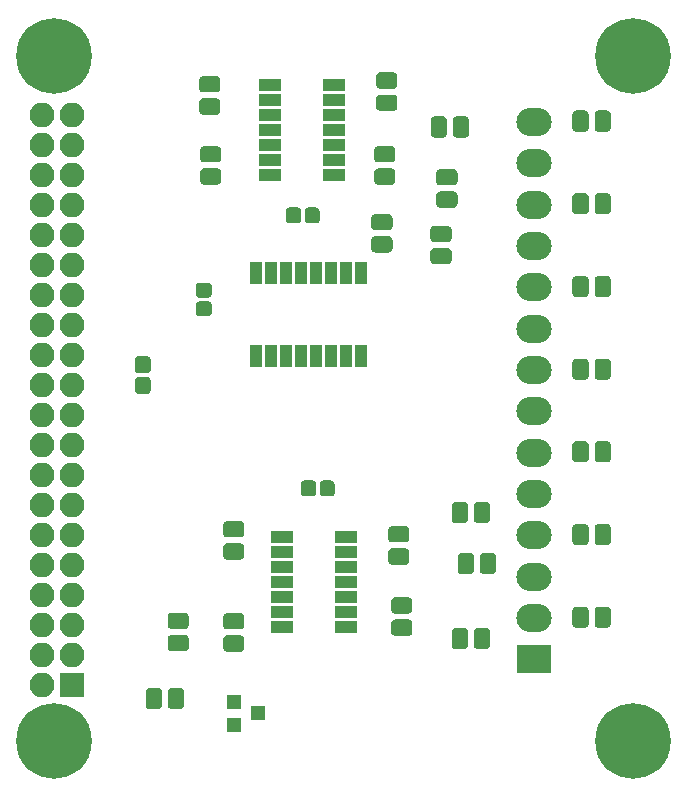
<source format=gbr>
G04 #@! TF.GenerationSoftware,KiCad,Pcbnew,6.0.0-rc1-unknown-46fddab~66~ubuntu16.04.1*
G04 #@! TF.CreationDate,2018-09-29T20:34:26+01:00*
G04 #@! TF.ProjectId,test,746573742E6B696361645F7063620000,rev?*
G04 #@! TF.SameCoordinates,Original*
G04 #@! TF.FileFunction,Soldermask,Bot*
G04 #@! TF.FilePolarity,Negative*
%FSLAX46Y46*%
G04 Gerber Fmt 4.6, Leading zero omitted, Abs format (unit mm)*
G04 Created by KiCad (PCBNEW 6.0.0-rc1-unknown-46fddab~66~ubuntu16.04.1) date Sat Sep 29 20:34:26 2018*
%MOMM*%
%LPD*%
G01*
G04 APERTURE LIST*
%ADD10C,0.100000*%
%ADD11C,1.375000*%
%ADD12C,6.400000*%
%ADD13C,1.275000*%
%ADD14R,1.300000X1.200000*%
%ADD15R,3.000000X2.400000*%
%ADD16O,3.000000X2.400000*%
%ADD17C,1.350000*%
%ADD18R,2.100000X2.100000*%
%ADD19O,2.100000X2.100000*%
%ADD20R,1.900000X1.000000*%
%ADD21R,1.000000X1.900000*%
G04 APERTURE END LIST*
D10*
G04 #@! TO.C,R37*
G36*
X185939943Y-53851655D02*
X185973312Y-53856605D01*
X186006035Y-53864802D01*
X186037797Y-53876166D01*
X186068293Y-53890590D01*
X186097227Y-53907932D01*
X186124323Y-53928028D01*
X186149318Y-53950682D01*
X186171972Y-53975677D01*
X186192068Y-54002773D01*
X186209410Y-54031707D01*
X186223834Y-54062203D01*
X186235198Y-54093965D01*
X186243395Y-54126688D01*
X186248345Y-54160057D01*
X186250000Y-54193750D01*
X186250000Y-55306250D01*
X186248345Y-55339943D01*
X186243395Y-55373312D01*
X186235198Y-55406035D01*
X186223834Y-55437797D01*
X186209410Y-55468293D01*
X186192068Y-55497227D01*
X186171972Y-55524323D01*
X186149318Y-55549318D01*
X186124323Y-55571972D01*
X186097227Y-55592068D01*
X186068293Y-55609410D01*
X186037797Y-55623834D01*
X186006035Y-55635198D01*
X185973312Y-55643395D01*
X185939943Y-55648345D01*
X185906250Y-55650000D01*
X185218750Y-55650000D01*
X185185057Y-55648345D01*
X185151688Y-55643395D01*
X185118965Y-55635198D01*
X185087203Y-55623834D01*
X185056707Y-55609410D01*
X185027773Y-55592068D01*
X185000677Y-55571972D01*
X184975682Y-55549318D01*
X184953028Y-55524323D01*
X184932932Y-55497227D01*
X184915590Y-55468293D01*
X184901166Y-55437797D01*
X184889802Y-55406035D01*
X184881605Y-55373312D01*
X184876655Y-55339943D01*
X184875000Y-55306250D01*
X184875000Y-54193750D01*
X184876655Y-54160057D01*
X184881605Y-54126688D01*
X184889802Y-54093965D01*
X184901166Y-54062203D01*
X184915590Y-54031707D01*
X184932932Y-54002773D01*
X184953028Y-53975677D01*
X184975682Y-53950682D01*
X185000677Y-53928028D01*
X185027773Y-53907932D01*
X185056707Y-53890590D01*
X185087203Y-53876166D01*
X185118965Y-53864802D01*
X185151688Y-53856605D01*
X185185057Y-53851655D01*
X185218750Y-53850000D01*
X185906250Y-53850000D01*
X185939943Y-53851655D01*
X185939943Y-53851655D01*
G37*
D11*
X185562500Y-54750000D03*
D10*
G36*
X187814943Y-53851655D02*
X187848312Y-53856605D01*
X187881035Y-53864802D01*
X187912797Y-53876166D01*
X187943293Y-53890590D01*
X187972227Y-53907932D01*
X187999323Y-53928028D01*
X188024318Y-53950682D01*
X188046972Y-53975677D01*
X188067068Y-54002773D01*
X188084410Y-54031707D01*
X188098834Y-54062203D01*
X188110198Y-54093965D01*
X188118395Y-54126688D01*
X188123345Y-54160057D01*
X188125000Y-54193750D01*
X188125000Y-55306250D01*
X188123345Y-55339943D01*
X188118395Y-55373312D01*
X188110198Y-55406035D01*
X188098834Y-55437797D01*
X188084410Y-55468293D01*
X188067068Y-55497227D01*
X188046972Y-55524323D01*
X188024318Y-55549318D01*
X187999323Y-55571972D01*
X187972227Y-55592068D01*
X187943293Y-55609410D01*
X187912797Y-55623834D01*
X187881035Y-55635198D01*
X187848312Y-55643395D01*
X187814943Y-55648345D01*
X187781250Y-55650000D01*
X187093750Y-55650000D01*
X187060057Y-55648345D01*
X187026688Y-55643395D01*
X186993965Y-55635198D01*
X186962203Y-55623834D01*
X186931707Y-55609410D01*
X186902773Y-55592068D01*
X186875677Y-55571972D01*
X186850682Y-55549318D01*
X186828028Y-55524323D01*
X186807932Y-55497227D01*
X186790590Y-55468293D01*
X186776166Y-55437797D01*
X186764802Y-55406035D01*
X186756605Y-55373312D01*
X186751655Y-55339943D01*
X186750000Y-55306250D01*
X186750000Y-54193750D01*
X186751655Y-54160057D01*
X186756605Y-54126688D01*
X186764802Y-54093965D01*
X186776166Y-54062203D01*
X186790590Y-54031707D01*
X186807932Y-54002773D01*
X186828028Y-53975677D01*
X186850682Y-53950682D01*
X186875677Y-53928028D01*
X186902773Y-53907932D01*
X186931707Y-53890590D01*
X186962203Y-53876166D01*
X186993965Y-53864802D01*
X187026688Y-53856605D01*
X187060057Y-53851655D01*
X187093750Y-53850000D01*
X187781250Y-53850000D01*
X187814943Y-53851655D01*
X187814943Y-53851655D01*
G37*
D11*
X187437500Y-54750000D03*
G04 #@! TD*
D12*
G04 #@! TO.C,REF\002A\002A*
X141000000Y-49250000D03*
G04 #@! TD*
G04 #@! TO.C,REF\002A\002A*
X190000000Y-49250000D03*
G04 #@! TD*
G04 #@! TO.C,REF\002A\002A*
X190000000Y-107250000D03*
G04 #@! TD*
G04 #@! TO.C,REF\002A\002A*
X141000000Y-107250000D03*
G04 #@! TD*
D10*
G04 #@! TO.C,C1*
G36*
X164459493Y-85178535D02*
X164490435Y-85183125D01*
X164520778Y-85190725D01*
X164550230Y-85201263D01*
X164578508Y-85214638D01*
X164605338Y-85230719D01*
X164630463Y-85249353D01*
X164653640Y-85270360D01*
X164674647Y-85293537D01*
X164693281Y-85318662D01*
X164709362Y-85345492D01*
X164722737Y-85373770D01*
X164733275Y-85403222D01*
X164740875Y-85433565D01*
X164745465Y-85464507D01*
X164747000Y-85495750D01*
X164747000Y-86208250D01*
X164745465Y-86239493D01*
X164740875Y-86270435D01*
X164733275Y-86300778D01*
X164722737Y-86330230D01*
X164709362Y-86358508D01*
X164693281Y-86385338D01*
X164674647Y-86410463D01*
X164653640Y-86433640D01*
X164630463Y-86454647D01*
X164605338Y-86473281D01*
X164578508Y-86489362D01*
X164550230Y-86502737D01*
X164520778Y-86513275D01*
X164490435Y-86520875D01*
X164459493Y-86525465D01*
X164428250Y-86527000D01*
X163790750Y-86527000D01*
X163759507Y-86525465D01*
X163728565Y-86520875D01*
X163698222Y-86513275D01*
X163668770Y-86502737D01*
X163640492Y-86489362D01*
X163613662Y-86473281D01*
X163588537Y-86454647D01*
X163565360Y-86433640D01*
X163544353Y-86410463D01*
X163525719Y-86385338D01*
X163509638Y-86358508D01*
X163496263Y-86330230D01*
X163485725Y-86300778D01*
X163478125Y-86270435D01*
X163473535Y-86239493D01*
X163472000Y-86208250D01*
X163472000Y-85495750D01*
X163473535Y-85464507D01*
X163478125Y-85433565D01*
X163485725Y-85403222D01*
X163496263Y-85373770D01*
X163509638Y-85345492D01*
X163525719Y-85318662D01*
X163544353Y-85293537D01*
X163565360Y-85270360D01*
X163588537Y-85249353D01*
X163613662Y-85230719D01*
X163640492Y-85214638D01*
X163668770Y-85201263D01*
X163698222Y-85190725D01*
X163728565Y-85183125D01*
X163759507Y-85178535D01*
X163790750Y-85177000D01*
X164428250Y-85177000D01*
X164459493Y-85178535D01*
X164459493Y-85178535D01*
G37*
D13*
X164109500Y-85852000D03*
D10*
G36*
X162884493Y-85178535D02*
X162915435Y-85183125D01*
X162945778Y-85190725D01*
X162975230Y-85201263D01*
X163003508Y-85214638D01*
X163030338Y-85230719D01*
X163055463Y-85249353D01*
X163078640Y-85270360D01*
X163099647Y-85293537D01*
X163118281Y-85318662D01*
X163134362Y-85345492D01*
X163147737Y-85373770D01*
X163158275Y-85403222D01*
X163165875Y-85433565D01*
X163170465Y-85464507D01*
X163172000Y-85495750D01*
X163172000Y-86208250D01*
X163170465Y-86239493D01*
X163165875Y-86270435D01*
X163158275Y-86300778D01*
X163147737Y-86330230D01*
X163134362Y-86358508D01*
X163118281Y-86385338D01*
X163099647Y-86410463D01*
X163078640Y-86433640D01*
X163055463Y-86454647D01*
X163030338Y-86473281D01*
X163003508Y-86489362D01*
X162975230Y-86502737D01*
X162945778Y-86513275D01*
X162915435Y-86520875D01*
X162884493Y-86525465D01*
X162853250Y-86527000D01*
X162215750Y-86527000D01*
X162184507Y-86525465D01*
X162153565Y-86520875D01*
X162123222Y-86513275D01*
X162093770Y-86502737D01*
X162065492Y-86489362D01*
X162038662Y-86473281D01*
X162013537Y-86454647D01*
X161990360Y-86433640D01*
X161969353Y-86410463D01*
X161950719Y-86385338D01*
X161934638Y-86358508D01*
X161921263Y-86330230D01*
X161910725Y-86300778D01*
X161903125Y-86270435D01*
X161898535Y-86239493D01*
X161897000Y-86208250D01*
X161897000Y-85495750D01*
X161898535Y-85464507D01*
X161903125Y-85433565D01*
X161910725Y-85403222D01*
X161921263Y-85373770D01*
X161934638Y-85345492D01*
X161950719Y-85318662D01*
X161969353Y-85293537D01*
X161990360Y-85270360D01*
X162013537Y-85249353D01*
X162038662Y-85230719D01*
X162065492Y-85214638D01*
X162093770Y-85201263D01*
X162123222Y-85190725D01*
X162153565Y-85183125D01*
X162184507Y-85178535D01*
X162215750Y-85177000D01*
X162853250Y-85177000D01*
X162884493Y-85178535D01*
X162884493Y-85178535D01*
G37*
D13*
X162534500Y-85852000D03*
G04 #@! TD*
D10*
G04 #@! TO.C,C2*
G36*
X154057493Y-70001535D02*
X154088435Y-70006125D01*
X154118778Y-70013725D01*
X154148230Y-70024263D01*
X154176508Y-70037638D01*
X154203338Y-70053719D01*
X154228463Y-70072353D01*
X154251640Y-70093360D01*
X154272647Y-70116537D01*
X154291281Y-70141662D01*
X154307362Y-70168492D01*
X154320737Y-70196770D01*
X154331275Y-70226222D01*
X154338875Y-70256565D01*
X154343465Y-70287507D01*
X154345000Y-70318750D01*
X154345000Y-70956250D01*
X154343465Y-70987493D01*
X154338875Y-71018435D01*
X154331275Y-71048778D01*
X154320737Y-71078230D01*
X154307362Y-71106508D01*
X154291281Y-71133338D01*
X154272647Y-71158463D01*
X154251640Y-71181640D01*
X154228463Y-71202647D01*
X154203338Y-71221281D01*
X154176508Y-71237362D01*
X154148230Y-71250737D01*
X154118778Y-71261275D01*
X154088435Y-71268875D01*
X154057493Y-71273465D01*
X154026250Y-71275000D01*
X153313750Y-71275000D01*
X153282507Y-71273465D01*
X153251565Y-71268875D01*
X153221222Y-71261275D01*
X153191770Y-71250737D01*
X153163492Y-71237362D01*
X153136662Y-71221281D01*
X153111537Y-71202647D01*
X153088360Y-71181640D01*
X153067353Y-71158463D01*
X153048719Y-71133338D01*
X153032638Y-71106508D01*
X153019263Y-71078230D01*
X153008725Y-71048778D01*
X153001125Y-71018435D01*
X152996535Y-70987493D01*
X152995000Y-70956250D01*
X152995000Y-70318750D01*
X152996535Y-70287507D01*
X153001125Y-70256565D01*
X153008725Y-70226222D01*
X153019263Y-70196770D01*
X153032638Y-70168492D01*
X153048719Y-70141662D01*
X153067353Y-70116537D01*
X153088360Y-70093360D01*
X153111537Y-70072353D01*
X153136662Y-70053719D01*
X153163492Y-70037638D01*
X153191770Y-70024263D01*
X153221222Y-70013725D01*
X153251565Y-70006125D01*
X153282507Y-70001535D01*
X153313750Y-70000000D01*
X154026250Y-70000000D01*
X154057493Y-70001535D01*
X154057493Y-70001535D01*
G37*
D13*
X153670000Y-70637500D03*
D10*
G36*
X154057493Y-68426535D02*
X154088435Y-68431125D01*
X154118778Y-68438725D01*
X154148230Y-68449263D01*
X154176508Y-68462638D01*
X154203338Y-68478719D01*
X154228463Y-68497353D01*
X154251640Y-68518360D01*
X154272647Y-68541537D01*
X154291281Y-68566662D01*
X154307362Y-68593492D01*
X154320737Y-68621770D01*
X154331275Y-68651222D01*
X154338875Y-68681565D01*
X154343465Y-68712507D01*
X154345000Y-68743750D01*
X154345000Y-69381250D01*
X154343465Y-69412493D01*
X154338875Y-69443435D01*
X154331275Y-69473778D01*
X154320737Y-69503230D01*
X154307362Y-69531508D01*
X154291281Y-69558338D01*
X154272647Y-69583463D01*
X154251640Y-69606640D01*
X154228463Y-69627647D01*
X154203338Y-69646281D01*
X154176508Y-69662362D01*
X154148230Y-69675737D01*
X154118778Y-69686275D01*
X154088435Y-69693875D01*
X154057493Y-69698465D01*
X154026250Y-69700000D01*
X153313750Y-69700000D01*
X153282507Y-69698465D01*
X153251565Y-69693875D01*
X153221222Y-69686275D01*
X153191770Y-69675737D01*
X153163492Y-69662362D01*
X153136662Y-69646281D01*
X153111537Y-69627647D01*
X153088360Y-69606640D01*
X153067353Y-69583463D01*
X153048719Y-69558338D01*
X153032638Y-69531508D01*
X153019263Y-69503230D01*
X153008725Y-69473778D01*
X153001125Y-69443435D01*
X152996535Y-69412493D01*
X152995000Y-69381250D01*
X152995000Y-68743750D01*
X152996535Y-68712507D01*
X153001125Y-68681565D01*
X153008725Y-68651222D01*
X153019263Y-68621770D01*
X153032638Y-68593492D01*
X153048719Y-68566662D01*
X153067353Y-68541537D01*
X153088360Y-68518360D01*
X153111537Y-68497353D01*
X153136662Y-68478719D01*
X153163492Y-68462638D01*
X153191770Y-68449263D01*
X153221222Y-68438725D01*
X153251565Y-68431125D01*
X153282507Y-68426535D01*
X153313750Y-68425000D01*
X154026250Y-68425000D01*
X154057493Y-68426535D01*
X154057493Y-68426535D01*
G37*
D13*
X153670000Y-69062500D03*
G04 #@! TD*
D10*
G04 #@! TO.C,C3*
G36*
X161614493Y-62064535D02*
X161645435Y-62069125D01*
X161675778Y-62076725D01*
X161705230Y-62087263D01*
X161733508Y-62100638D01*
X161760338Y-62116719D01*
X161785463Y-62135353D01*
X161808640Y-62156360D01*
X161829647Y-62179537D01*
X161848281Y-62204662D01*
X161864362Y-62231492D01*
X161877737Y-62259770D01*
X161888275Y-62289222D01*
X161895875Y-62319565D01*
X161900465Y-62350507D01*
X161902000Y-62381750D01*
X161902000Y-63094250D01*
X161900465Y-63125493D01*
X161895875Y-63156435D01*
X161888275Y-63186778D01*
X161877737Y-63216230D01*
X161864362Y-63244508D01*
X161848281Y-63271338D01*
X161829647Y-63296463D01*
X161808640Y-63319640D01*
X161785463Y-63340647D01*
X161760338Y-63359281D01*
X161733508Y-63375362D01*
X161705230Y-63388737D01*
X161675778Y-63399275D01*
X161645435Y-63406875D01*
X161614493Y-63411465D01*
X161583250Y-63413000D01*
X160945750Y-63413000D01*
X160914507Y-63411465D01*
X160883565Y-63406875D01*
X160853222Y-63399275D01*
X160823770Y-63388737D01*
X160795492Y-63375362D01*
X160768662Y-63359281D01*
X160743537Y-63340647D01*
X160720360Y-63319640D01*
X160699353Y-63296463D01*
X160680719Y-63271338D01*
X160664638Y-63244508D01*
X160651263Y-63216230D01*
X160640725Y-63186778D01*
X160633125Y-63156435D01*
X160628535Y-63125493D01*
X160627000Y-63094250D01*
X160627000Y-62381750D01*
X160628535Y-62350507D01*
X160633125Y-62319565D01*
X160640725Y-62289222D01*
X160651263Y-62259770D01*
X160664638Y-62231492D01*
X160680719Y-62204662D01*
X160699353Y-62179537D01*
X160720360Y-62156360D01*
X160743537Y-62135353D01*
X160768662Y-62116719D01*
X160795492Y-62100638D01*
X160823770Y-62087263D01*
X160853222Y-62076725D01*
X160883565Y-62069125D01*
X160914507Y-62064535D01*
X160945750Y-62063000D01*
X161583250Y-62063000D01*
X161614493Y-62064535D01*
X161614493Y-62064535D01*
G37*
D13*
X161264500Y-62738000D03*
D10*
G36*
X163189493Y-62064535D02*
X163220435Y-62069125D01*
X163250778Y-62076725D01*
X163280230Y-62087263D01*
X163308508Y-62100638D01*
X163335338Y-62116719D01*
X163360463Y-62135353D01*
X163383640Y-62156360D01*
X163404647Y-62179537D01*
X163423281Y-62204662D01*
X163439362Y-62231492D01*
X163452737Y-62259770D01*
X163463275Y-62289222D01*
X163470875Y-62319565D01*
X163475465Y-62350507D01*
X163477000Y-62381750D01*
X163477000Y-63094250D01*
X163475465Y-63125493D01*
X163470875Y-63156435D01*
X163463275Y-63186778D01*
X163452737Y-63216230D01*
X163439362Y-63244508D01*
X163423281Y-63271338D01*
X163404647Y-63296463D01*
X163383640Y-63319640D01*
X163360463Y-63340647D01*
X163335338Y-63359281D01*
X163308508Y-63375362D01*
X163280230Y-63388737D01*
X163250778Y-63399275D01*
X163220435Y-63406875D01*
X163189493Y-63411465D01*
X163158250Y-63413000D01*
X162520750Y-63413000D01*
X162489507Y-63411465D01*
X162458565Y-63406875D01*
X162428222Y-63399275D01*
X162398770Y-63388737D01*
X162370492Y-63375362D01*
X162343662Y-63359281D01*
X162318537Y-63340647D01*
X162295360Y-63319640D01*
X162274353Y-63296463D01*
X162255719Y-63271338D01*
X162239638Y-63244508D01*
X162226263Y-63216230D01*
X162215725Y-63186778D01*
X162208125Y-63156435D01*
X162203535Y-63125493D01*
X162202000Y-63094250D01*
X162202000Y-62381750D01*
X162203535Y-62350507D01*
X162208125Y-62319565D01*
X162215725Y-62289222D01*
X162226263Y-62259770D01*
X162239638Y-62231492D01*
X162255719Y-62204662D01*
X162274353Y-62179537D01*
X162295360Y-62156360D01*
X162318537Y-62135353D01*
X162343662Y-62116719D01*
X162370492Y-62100638D01*
X162398770Y-62087263D01*
X162428222Y-62076725D01*
X162458565Y-62069125D01*
X162489507Y-62064535D01*
X162520750Y-62063000D01*
X163158250Y-62063000D01*
X163189493Y-62064535D01*
X163189493Y-62064535D01*
G37*
D13*
X162839500Y-62738000D03*
G04 #@! TD*
D14*
G04 #@! TO.C,D1*
X156226000Y-105852000D03*
X156226000Y-103952000D03*
X158226000Y-104902000D03*
G04 #@! TD*
D15*
G04 #@! TO.C,J1*
X181610000Y-100330000D03*
D16*
X181610000Y-96830000D03*
X181610000Y-93330000D03*
X181610000Y-89830000D03*
X181610000Y-86330000D03*
X181610000Y-82830000D03*
X181610000Y-79330000D03*
X181610000Y-75830000D03*
X181610000Y-72330000D03*
X181610000Y-68830000D03*
X181610000Y-65330000D03*
X181610000Y-61830000D03*
X181610000Y-58330000D03*
X181610000Y-54830000D03*
G04 #@! TD*
D10*
G04 #@! TO.C,R1*
G36*
X151682943Y-102733655D02*
X151716312Y-102738605D01*
X151749035Y-102746802D01*
X151780797Y-102758166D01*
X151811293Y-102772590D01*
X151840227Y-102789932D01*
X151867323Y-102810028D01*
X151892318Y-102832682D01*
X151914972Y-102857677D01*
X151935068Y-102884773D01*
X151952410Y-102913707D01*
X151966834Y-102944203D01*
X151978198Y-102975965D01*
X151986395Y-103008688D01*
X151991345Y-103042057D01*
X151993000Y-103075750D01*
X151993000Y-104188250D01*
X151991345Y-104221943D01*
X151986395Y-104255312D01*
X151978198Y-104288035D01*
X151966834Y-104319797D01*
X151952410Y-104350293D01*
X151935068Y-104379227D01*
X151914972Y-104406323D01*
X151892318Y-104431318D01*
X151867323Y-104453972D01*
X151840227Y-104474068D01*
X151811293Y-104491410D01*
X151780797Y-104505834D01*
X151749035Y-104517198D01*
X151716312Y-104525395D01*
X151682943Y-104530345D01*
X151649250Y-104532000D01*
X150961750Y-104532000D01*
X150928057Y-104530345D01*
X150894688Y-104525395D01*
X150861965Y-104517198D01*
X150830203Y-104505834D01*
X150799707Y-104491410D01*
X150770773Y-104474068D01*
X150743677Y-104453972D01*
X150718682Y-104431318D01*
X150696028Y-104406323D01*
X150675932Y-104379227D01*
X150658590Y-104350293D01*
X150644166Y-104319797D01*
X150632802Y-104288035D01*
X150624605Y-104255312D01*
X150619655Y-104221943D01*
X150618000Y-104188250D01*
X150618000Y-103075750D01*
X150619655Y-103042057D01*
X150624605Y-103008688D01*
X150632802Y-102975965D01*
X150644166Y-102944203D01*
X150658590Y-102913707D01*
X150675932Y-102884773D01*
X150696028Y-102857677D01*
X150718682Y-102832682D01*
X150743677Y-102810028D01*
X150770773Y-102789932D01*
X150799707Y-102772590D01*
X150830203Y-102758166D01*
X150861965Y-102746802D01*
X150894688Y-102738605D01*
X150928057Y-102733655D01*
X150961750Y-102732000D01*
X151649250Y-102732000D01*
X151682943Y-102733655D01*
X151682943Y-102733655D01*
G37*
D11*
X151305500Y-103632000D03*
D10*
G36*
X149807943Y-102733655D02*
X149841312Y-102738605D01*
X149874035Y-102746802D01*
X149905797Y-102758166D01*
X149936293Y-102772590D01*
X149965227Y-102789932D01*
X149992323Y-102810028D01*
X150017318Y-102832682D01*
X150039972Y-102857677D01*
X150060068Y-102884773D01*
X150077410Y-102913707D01*
X150091834Y-102944203D01*
X150103198Y-102975965D01*
X150111395Y-103008688D01*
X150116345Y-103042057D01*
X150118000Y-103075750D01*
X150118000Y-104188250D01*
X150116345Y-104221943D01*
X150111395Y-104255312D01*
X150103198Y-104288035D01*
X150091834Y-104319797D01*
X150077410Y-104350293D01*
X150060068Y-104379227D01*
X150039972Y-104406323D01*
X150017318Y-104431318D01*
X149992323Y-104453972D01*
X149965227Y-104474068D01*
X149936293Y-104491410D01*
X149905797Y-104505834D01*
X149874035Y-104517198D01*
X149841312Y-104525395D01*
X149807943Y-104530345D01*
X149774250Y-104532000D01*
X149086750Y-104532000D01*
X149053057Y-104530345D01*
X149019688Y-104525395D01*
X148986965Y-104517198D01*
X148955203Y-104505834D01*
X148924707Y-104491410D01*
X148895773Y-104474068D01*
X148868677Y-104453972D01*
X148843682Y-104431318D01*
X148821028Y-104406323D01*
X148800932Y-104379227D01*
X148783590Y-104350293D01*
X148769166Y-104319797D01*
X148757802Y-104288035D01*
X148749605Y-104255312D01*
X148744655Y-104221943D01*
X148743000Y-104188250D01*
X148743000Y-103075750D01*
X148744655Y-103042057D01*
X148749605Y-103008688D01*
X148757802Y-102975965D01*
X148769166Y-102944203D01*
X148783590Y-102913707D01*
X148800932Y-102884773D01*
X148821028Y-102857677D01*
X148843682Y-102832682D01*
X148868677Y-102810028D01*
X148895773Y-102789932D01*
X148924707Y-102772590D01*
X148955203Y-102758166D01*
X148986965Y-102746802D01*
X149019688Y-102738605D01*
X149053057Y-102733655D01*
X149086750Y-102732000D01*
X149774250Y-102732000D01*
X149807943Y-102733655D01*
X149807943Y-102733655D01*
G37*
D11*
X149430500Y-103632000D03*
G04 #@! TD*
D10*
G04 #@! TO.C,R2*
G36*
X152089943Y-98251655D02*
X152123312Y-98256605D01*
X152156035Y-98264802D01*
X152187797Y-98276166D01*
X152218293Y-98290590D01*
X152247227Y-98307932D01*
X152274323Y-98328028D01*
X152299318Y-98350682D01*
X152321972Y-98375677D01*
X152342068Y-98402773D01*
X152359410Y-98431707D01*
X152373834Y-98462203D01*
X152385198Y-98493965D01*
X152393395Y-98526688D01*
X152398345Y-98560057D01*
X152400000Y-98593750D01*
X152400000Y-99281250D01*
X152398345Y-99314943D01*
X152393395Y-99348312D01*
X152385198Y-99381035D01*
X152373834Y-99412797D01*
X152359410Y-99443293D01*
X152342068Y-99472227D01*
X152321972Y-99499323D01*
X152299318Y-99524318D01*
X152274323Y-99546972D01*
X152247227Y-99567068D01*
X152218293Y-99584410D01*
X152187797Y-99598834D01*
X152156035Y-99610198D01*
X152123312Y-99618395D01*
X152089943Y-99623345D01*
X152056250Y-99625000D01*
X150943750Y-99625000D01*
X150910057Y-99623345D01*
X150876688Y-99618395D01*
X150843965Y-99610198D01*
X150812203Y-99598834D01*
X150781707Y-99584410D01*
X150752773Y-99567068D01*
X150725677Y-99546972D01*
X150700682Y-99524318D01*
X150678028Y-99499323D01*
X150657932Y-99472227D01*
X150640590Y-99443293D01*
X150626166Y-99412797D01*
X150614802Y-99381035D01*
X150606605Y-99348312D01*
X150601655Y-99314943D01*
X150600000Y-99281250D01*
X150600000Y-98593750D01*
X150601655Y-98560057D01*
X150606605Y-98526688D01*
X150614802Y-98493965D01*
X150626166Y-98462203D01*
X150640590Y-98431707D01*
X150657932Y-98402773D01*
X150678028Y-98375677D01*
X150700682Y-98350682D01*
X150725677Y-98328028D01*
X150752773Y-98307932D01*
X150781707Y-98290590D01*
X150812203Y-98276166D01*
X150843965Y-98264802D01*
X150876688Y-98256605D01*
X150910057Y-98251655D01*
X150943750Y-98250000D01*
X152056250Y-98250000D01*
X152089943Y-98251655D01*
X152089943Y-98251655D01*
G37*
D11*
X151500000Y-98937500D03*
D10*
G36*
X152089943Y-96376655D02*
X152123312Y-96381605D01*
X152156035Y-96389802D01*
X152187797Y-96401166D01*
X152218293Y-96415590D01*
X152247227Y-96432932D01*
X152274323Y-96453028D01*
X152299318Y-96475682D01*
X152321972Y-96500677D01*
X152342068Y-96527773D01*
X152359410Y-96556707D01*
X152373834Y-96587203D01*
X152385198Y-96618965D01*
X152393395Y-96651688D01*
X152398345Y-96685057D01*
X152400000Y-96718750D01*
X152400000Y-97406250D01*
X152398345Y-97439943D01*
X152393395Y-97473312D01*
X152385198Y-97506035D01*
X152373834Y-97537797D01*
X152359410Y-97568293D01*
X152342068Y-97597227D01*
X152321972Y-97624323D01*
X152299318Y-97649318D01*
X152274323Y-97671972D01*
X152247227Y-97692068D01*
X152218293Y-97709410D01*
X152187797Y-97723834D01*
X152156035Y-97735198D01*
X152123312Y-97743395D01*
X152089943Y-97748345D01*
X152056250Y-97750000D01*
X150943750Y-97750000D01*
X150910057Y-97748345D01*
X150876688Y-97743395D01*
X150843965Y-97735198D01*
X150812203Y-97723834D01*
X150781707Y-97709410D01*
X150752773Y-97692068D01*
X150725677Y-97671972D01*
X150700682Y-97649318D01*
X150678028Y-97624323D01*
X150657932Y-97597227D01*
X150640590Y-97568293D01*
X150626166Y-97537797D01*
X150614802Y-97506035D01*
X150606605Y-97473312D01*
X150601655Y-97439943D01*
X150600000Y-97406250D01*
X150600000Y-96718750D01*
X150601655Y-96685057D01*
X150606605Y-96651688D01*
X150614802Y-96618965D01*
X150626166Y-96587203D01*
X150640590Y-96556707D01*
X150657932Y-96527773D01*
X150678028Y-96500677D01*
X150700682Y-96475682D01*
X150725677Y-96453028D01*
X150752773Y-96432932D01*
X150781707Y-96415590D01*
X150812203Y-96401166D01*
X150843965Y-96389802D01*
X150876688Y-96381605D01*
X150910057Y-96376655D01*
X150943750Y-96375000D01*
X152056250Y-96375000D01*
X152089943Y-96376655D01*
X152089943Y-96376655D01*
G37*
D11*
X151500000Y-97062500D03*
G04 #@! TD*
D10*
G04 #@! TO.C,R3*
G36*
X156799943Y-96420655D02*
X156833312Y-96425605D01*
X156866035Y-96433802D01*
X156897797Y-96445166D01*
X156928293Y-96459590D01*
X156957227Y-96476932D01*
X156984323Y-96497028D01*
X157009318Y-96519682D01*
X157031972Y-96544677D01*
X157052068Y-96571773D01*
X157069410Y-96600707D01*
X157083834Y-96631203D01*
X157095198Y-96662965D01*
X157103395Y-96695688D01*
X157108345Y-96729057D01*
X157110000Y-96762750D01*
X157110000Y-97450250D01*
X157108345Y-97483943D01*
X157103395Y-97517312D01*
X157095198Y-97550035D01*
X157083834Y-97581797D01*
X157069410Y-97612293D01*
X157052068Y-97641227D01*
X157031972Y-97668323D01*
X157009318Y-97693318D01*
X156984323Y-97715972D01*
X156957227Y-97736068D01*
X156928293Y-97753410D01*
X156897797Y-97767834D01*
X156866035Y-97779198D01*
X156833312Y-97787395D01*
X156799943Y-97792345D01*
X156766250Y-97794000D01*
X155653750Y-97794000D01*
X155620057Y-97792345D01*
X155586688Y-97787395D01*
X155553965Y-97779198D01*
X155522203Y-97767834D01*
X155491707Y-97753410D01*
X155462773Y-97736068D01*
X155435677Y-97715972D01*
X155410682Y-97693318D01*
X155388028Y-97668323D01*
X155367932Y-97641227D01*
X155350590Y-97612293D01*
X155336166Y-97581797D01*
X155324802Y-97550035D01*
X155316605Y-97517312D01*
X155311655Y-97483943D01*
X155310000Y-97450250D01*
X155310000Y-96762750D01*
X155311655Y-96729057D01*
X155316605Y-96695688D01*
X155324802Y-96662965D01*
X155336166Y-96631203D01*
X155350590Y-96600707D01*
X155367932Y-96571773D01*
X155388028Y-96544677D01*
X155410682Y-96519682D01*
X155435677Y-96497028D01*
X155462773Y-96476932D01*
X155491707Y-96459590D01*
X155522203Y-96445166D01*
X155553965Y-96433802D01*
X155586688Y-96425605D01*
X155620057Y-96420655D01*
X155653750Y-96419000D01*
X156766250Y-96419000D01*
X156799943Y-96420655D01*
X156799943Y-96420655D01*
G37*
D11*
X156210000Y-97106500D03*
D10*
G36*
X156799943Y-98295655D02*
X156833312Y-98300605D01*
X156866035Y-98308802D01*
X156897797Y-98320166D01*
X156928293Y-98334590D01*
X156957227Y-98351932D01*
X156984323Y-98372028D01*
X157009318Y-98394682D01*
X157031972Y-98419677D01*
X157052068Y-98446773D01*
X157069410Y-98475707D01*
X157083834Y-98506203D01*
X157095198Y-98537965D01*
X157103395Y-98570688D01*
X157108345Y-98604057D01*
X157110000Y-98637750D01*
X157110000Y-99325250D01*
X157108345Y-99358943D01*
X157103395Y-99392312D01*
X157095198Y-99425035D01*
X157083834Y-99456797D01*
X157069410Y-99487293D01*
X157052068Y-99516227D01*
X157031972Y-99543323D01*
X157009318Y-99568318D01*
X156984323Y-99590972D01*
X156957227Y-99611068D01*
X156928293Y-99628410D01*
X156897797Y-99642834D01*
X156866035Y-99654198D01*
X156833312Y-99662395D01*
X156799943Y-99667345D01*
X156766250Y-99669000D01*
X155653750Y-99669000D01*
X155620057Y-99667345D01*
X155586688Y-99662395D01*
X155553965Y-99654198D01*
X155522203Y-99642834D01*
X155491707Y-99628410D01*
X155462773Y-99611068D01*
X155435677Y-99590972D01*
X155410682Y-99568318D01*
X155388028Y-99543323D01*
X155367932Y-99516227D01*
X155350590Y-99487293D01*
X155336166Y-99456797D01*
X155324802Y-99425035D01*
X155316605Y-99392312D01*
X155311655Y-99358943D01*
X155310000Y-99325250D01*
X155310000Y-98637750D01*
X155311655Y-98604057D01*
X155316605Y-98570688D01*
X155324802Y-98537965D01*
X155336166Y-98506203D01*
X155350590Y-98475707D01*
X155367932Y-98446773D01*
X155388028Y-98419677D01*
X155410682Y-98394682D01*
X155435677Y-98372028D01*
X155462773Y-98351932D01*
X155491707Y-98334590D01*
X155522203Y-98320166D01*
X155553965Y-98308802D01*
X155586688Y-98300605D01*
X155620057Y-98295655D01*
X155653750Y-98294000D01*
X156766250Y-98294000D01*
X156799943Y-98295655D01*
X156799943Y-98295655D01*
G37*
D11*
X156210000Y-98981500D03*
G04 #@! TD*
D10*
G04 #@! TO.C,R4*
G36*
X154839943Y-56876655D02*
X154873312Y-56881605D01*
X154906035Y-56889802D01*
X154937797Y-56901166D01*
X154968293Y-56915590D01*
X154997227Y-56932932D01*
X155024323Y-56953028D01*
X155049318Y-56975682D01*
X155071972Y-57000677D01*
X155092068Y-57027773D01*
X155109410Y-57056707D01*
X155123834Y-57087203D01*
X155135198Y-57118965D01*
X155143395Y-57151688D01*
X155148345Y-57185057D01*
X155150000Y-57218750D01*
X155150000Y-57906250D01*
X155148345Y-57939943D01*
X155143395Y-57973312D01*
X155135198Y-58006035D01*
X155123834Y-58037797D01*
X155109410Y-58068293D01*
X155092068Y-58097227D01*
X155071972Y-58124323D01*
X155049318Y-58149318D01*
X155024323Y-58171972D01*
X154997227Y-58192068D01*
X154968293Y-58209410D01*
X154937797Y-58223834D01*
X154906035Y-58235198D01*
X154873312Y-58243395D01*
X154839943Y-58248345D01*
X154806250Y-58250000D01*
X153693750Y-58250000D01*
X153660057Y-58248345D01*
X153626688Y-58243395D01*
X153593965Y-58235198D01*
X153562203Y-58223834D01*
X153531707Y-58209410D01*
X153502773Y-58192068D01*
X153475677Y-58171972D01*
X153450682Y-58149318D01*
X153428028Y-58124323D01*
X153407932Y-58097227D01*
X153390590Y-58068293D01*
X153376166Y-58037797D01*
X153364802Y-58006035D01*
X153356605Y-57973312D01*
X153351655Y-57939943D01*
X153350000Y-57906250D01*
X153350000Y-57218750D01*
X153351655Y-57185057D01*
X153356605Y-57151688D01*
X153364802Y-57118965D01*
X153376166Y-57087203D01*
X153390590Y-57056707D01*
X153407932Y-57027773D01*
X153428028Y-57000677D01*
X153450682Y-56975682D01*
X153475677Y-56953028D01*
X153502773Y-56932932D01*
X153531707Y-56915590D01*
X153562203Y-56901166D01*
X153593965Y-56889802D01*
X153626688Y-56881605D01*
X153660057Y-56876655D01*
X153693750Y-56875000D01*
X154806250Y-56875000D01*
X154839943Y-56876655D01*
X154839943Y-56876655D01*
G37*
D11*
X154250000Y-57562500D03*
D10*
G36*
X154839943Y-58751655D02*
X154873312Y-58756605D01*
X154906035Y-58764802D01*
X154937797Y-58776166D01*
X154968293Y-58790590D01*
X154997227Y-58807932D01*
X155024323Y-58828028D01*
X155049318Y-58850682D01*
X155071972Y-58875677D01*
X155092068Y-58902773D01*
X155109410Y-58931707D01*
X155123834Y-58962203D01*
X155135198Y-58993965D01*
X155143395Y-59026688D01*
X155148345Y-59060057D01*
X155150000Y-59093750D01*
X155150000Y-59781250D01*
X155148345Y-59814943D01*
X155143395Y-59848312D01*
X155135198Y-59881035D01*
X155123834Y-59912797D01*
X155109410Y-59943293D01*
X155092068Y-59972227D01*
X155071972Y-59999323D01*
X155049318Y-60024318D01*
X155024323Y-60046972D01*
X154997227Y-60067068D01*
X154968293Y-60084410D01*
X154937797Y-60098834D01*
X154906035Y-60110198D01*
X154873312Y-60118395D01*
X154839943Y-60123345D01*
X154806250Y-60125000D01*
X153693750Y-60125000D01*
X153660057Y-60123345D01*
X153626688Y-60118395D01*
X153593965Y-60110198D01*
X153562203Y-60098834D01*
X153531707Y-60084410D01*
X153502773Y-60067068D01*
X153475677Y-60046972D01*
X153450682Y-60024318D01*
X153428028Y-59999323D01*
X153407932Y-59972227D01*
X153390590Y-59943293D01*
X153376166Y-59912797D01*
X153364802Y-59881035D01*
X153356605Y-59848312D01*
X153351655Y-59814943D01*
X153350000Y-59781250D01*
X153350000Y-59093750D01*
X153351655Y-59060057D01*
X153356605Y-59026688D01*
X153364802Y-58993965D01*
X153376166Y-58962203D01*
X153390590Y-58931707D01*
X153407932Y-58902773D01*
X153428028Y-58875677D01*
X153450682Y-58850682D01*
X153475677Y-58828028D01*
X153502773Y-58807932D01*
X153531707Y-58790590D01*
X153562203Y-58776166D01*
X153593965Y-58764802D01*
X153626688Y-58756605D01*
X153660057Y-58751655D01*
X153693750Y-58750000D01*
X154806250Y-58750000D01*
X154839943Y-58751655D01*
X154839943Y-58751655D01*
G37*
D11*
X154250000Y-59437500D03*
G04 #@! TD*
D10*
G04 #@! TO.C,R5*
G36*
X156799943Y-90500155D02*
X156833312Y-90505105D01*
X156866035Y-90513302D01*
X156897797Y-90524666D01*
X156928293Y-90539090D01*
X156957227Y-90556432D01*
X156984323Y-90576528D01*
X157009318Y-90599182D01*
X157031972Y-90624177D01*
X157052068Y-90651273D01*
X157069410Y-90680207D01*
X157083834Y-90710703D01*
X157095198Y-90742465D01*
X157103395Y-90775188D01*
X157108345Y-90808557D01*
X157110000Y-90842250D01*
X157110000Y-91529750D01*
X157108345Y-91563443D01*
X157103395Y-91596812D01*
X157095198Y-91629535D01*
X157083834Y-91661297D01*
X157069410Y-91691793D01*
X157052068Y-91720727D01*
X157031972Y-91747823D01*
X157009318Y-91772818D01*
X156984323Y-91795472D01*
X156957227Y-91815568D01*
X156928293Y-91832910D01*
X156897797Y-91847334D01*
X156866035Y-91858698D01*
X156833312Y-91866895D01*
X156799943Y-91871845D01*
X156766250Y-91873500D01*
X155653750Y-91873500D01*
X155620057Y-91871845D01*
X155586688Y-91866895D01*
X155553965Y-91858698D01*
X155522203Y-91847334D01*
X155491707Y-91832910D01*
X155462773Y-91815568D01*
X155435677Y-91795472D01*
X155410682Y-91772818D01*
X155388028Y-91747823D01*
X155367932Y-91720727D01*
X155350590Y-91691793D01*
X155336166Y-91661297D01*
X155324802Y-91629535D01*
X155316605Y-91596812D01*
X155311655Y-91563443D01*
X155310000Y-91529750D01*
X155310000Y-90842250D01*
X155311655Y-90808557D01*
X155316605Y-90775188D01*
X155324802Y-90742465D01*
X155336166Y-90710703D01*
X155350590Y-90680207D01*
X155367932Y-90651273D01*
X155388028Y-90624177D01*
X155410682Y-90599182D01*
X155435677Y-90576528D01*
X155462773Y-90556432D01*
X155491707Y-90539090D01*
X155522203Y-90524666D01*
X155553965Y-90513302D01*
X155586688Y-90505105D01*
X155620057Y-90500155D01*
X155653750Y-90498500D01*
X156766250Y-90498500D01*
X156799943Y-90500155D01*
X156799943Y-90500155D01*
G37*
D11*
X156210000Y-91186000D03*
D10*
G36*
X156799943Y-88625155D02*
X156833312Y-88630105D01*
X156866035Y-88638302D01*
X156897797Y-88649666D01*
X156928293Y-88664090D01*
X156957227Y-88681432D01*
X156984323Y-88701528D01*
X157009318Y-88724182D01*
X157031972Y-88749177D01*
X157052068Y-88776273D01*
X157069410Y-88805207D01*
X157083834Y-88835703D01*
X157095198Y-88867465D01*
X157103395Y-88900188D01*
X157108345Y-88933557D01*
X157110000Y-88967250D01*
X157110000Y-89654750D01*
X157108345Y-89688443D01*
X157103395Y-89721812D01*
X157095198Y-89754535D01*
X157083834Y-89786297D01*
X157069410Y-89816793D01*
X157052068Y-89845727D01*
X157031972Y-89872823D01*
X157009318Y-89897818D01*
X156984323Y-89920472D01*
X156957227Y-89940568D01*
X156928293Y-89957910D01*
X156897797Y-89972334D01*
X156866035Y-89983698D01*
X156833312Y-89991895D01*
X156799943Y-89996845D01*
X156766250Y-89998500D01*
X155653750Y-89998500D01*
X155620057Y-89996845D01*
X155586688Y-89991895D01*
X155553965Y-89983698D01*
X155522203Y-89972334D01*
X155491707Y-89957910D01*
X155462773Y-89940568D01*
X155435677Y-89920472D01*
X155410682Y-89897818D01*
X155388028Y-89872823D01*
X155367932Y-89845727D01*
X155350590Y-89816793D01*
X155336166Y-89786297D01*
X155324802Y-89754535D01*
X155316605Y-89721812D01*
X155311655Y-89688443D01*
X155310000Y-89654750D01*
X155310000Y-88967250D01*
X155311655Y-88933557D01*
X155316605Y-88900188D01*
X155324802Y-88867465D01*
X155336166Y-88835703D01*
X155350590Y-88805207D01*
X155367932Y-88776273D01*
X155388028Y-88749177D01*
X155410682Y-88724182D01*
X155435677Y-88701528D01*
X155462773Y-88681432D01*
X155491707Y-88664090D01*
X155522203Y-88649666D01*
X155553965Y-88638302D01*
X155586688Y-88630105D01*
X155620057Y-88625155D01*
X155653750Y-88623500D01*
X156766250Y-88623500D01*
X156799943Y-88625155D01*
X156799943Y-88625155D01*
G37*
D11*
X156210000Y-89311000D03*
G04 #@! TD*
D10*
G04 #@! TO.C,R6*
G36*
X170769943Y-89054655D02*
X170803312Y-89059605D01*
X170836035Y-89067802D01*
X170867797Y-89079166D01*
X170898293Y-89093590D01*
X170927227Y-89110932D01*
X170954323Y-89131028D01*
X170979318Y-89153682D01*
X171001972Y-89178677D01*
X171022068Y-89205773D01*
X171039410Y-89234707D01*
X171053834Y-89265203D01*
X171065198Y-89296965D01*
X171073395Y-89329688D01*
X171078345Y-89363057D01*
X171080000Y-89396750D01*
X171080000Y-90084250D01*
X171078345Y-90117943D01*
X171073395Y-90151312D01*
X171065198Y-90184035D01*
X171053834Y-90215797D01*
X171039410Y-90246293D01*
X171022068Y-90275227D01*
X171001972Y-90302323D01*
X170979318Y-90327318D01*
X170954323Y-90349972D01*
X170927227Y-90370068D01*
X170898293Y-90387410D01*
X170867797Y-90401834D01*
X170836035Y-90413198D01*
X170803312Y-90421395D01*
X170769943Y-90426345D01*
X170736250Y-90428000D01*
X169623750Y-90428000D01*
X169590057Y-90426345D01*
X169556688Y-90421395D01*
X169523965Y-90413198D01*
X169492203Y-90401834D01*
X169461707Y-90387410D01*
X169432773Y-90370068D01*
X169405677Y-90349972D01*
X169380682Y-90327318D01*
X169358028Y-90302323D01*
X169337932Y-90275227D01*
X169320590Y-90246293D01*
X169306166Y-90215797D01*
X169294802Y-90184035D01*
X169286605Y-90151312D01*
X169281655Y-90117943D01*
X169280000Y-90084250D01*
X169280000Y-89396750D01*
X169281655Y-89363057D01*
X169286605Y-89329688D01*
X169294802Y-89296965D01*
X169306166Y-89265203D01*
X169320590Y-89234707D01*
X169337932Y-89205773D01*
X169358028Y-89178677D01*
X169380682Y-89153682D01*
X169405677Y-89131028D01*
X169432773Y-89110932D01*
X169461707Y-89093590D01*
X169492203Y-89079166D01*
X169523965Y-89067802D01*
X169556688Y-89059605D01*
X169590057Y-89054655D01*
X169623750Y-89053000D01*
X170736250Y-89053000D01*
X170769943Y-89054655D01*
X170769943Y-89054655D01*
G37*
D11*
X170180000Y-89740500D03*
D10*
G36*
X170769943Y-90929655D02*
X170803312Y-90934605D01*
X170836035Y-90942802D01*
X170867797Y-90954166D01*
X170898293Y-90968590D01*
X170927227Y-90985932D01*
X170954323Y-91006028D01*
X170979318Y-91028682D01*
X171001972Y-91053677D01*
X171022068Y-91080773D01*
X171039410Y-91109707D01*
X171053834Y-91140203D01*
X171065198Y-91171965D01*
X171073395Y-91204688D01*
X171078345Y-91238057D01*
X171080000Y-91271750D01*
X171080000Y-91959250D01*
X171078345Y-91992943D01*
X171073395Y-92026312D01*
X171065198Y-92059035D01*
X171053834Y-92090797D01*
X171039410Y-92121293D01*
X171022068Y-92150227D01*
X171001972Y-92177323D01*
X170979318Y-92202318D01*
X170954323Y-92224972D01*
X170927227Y-92245068D01*
X170898293Y-92262410D01*
X170867797Y-92276834D01*
X170836035Y-92288198D01*
X170803312Y-92296395D01*
X170769943Y-92301345D01*
X170736250Y-92303000D01*
X169623750Y-92303000D01*
X169590057Y-92301345D01*
X169556688Y-92296395D01*
X169523965Y-92288198D01*
X169492203Y-92276834D01*
X169461707Y-92262410D01*
X169432773Y-92245068D01*
X169405677Y-92224972D01*
X169380682Y-92202318D01*
X169358028Y-92177323D01*
X169337932Y-92150227D01*
X169320590Y-92121293D01*
X169306166Y-92090797D01*
X169294802Y-92059035D01*
X169286605Y-92026312D01*
X169281655Y-91992943D01*
X169280000Y-91959250D01*
X169280000Y-91271750D01*
X169281655Y-91238057D01*
X169286605Y-91204688D01*
X169294802Y-91171965D01*
X169306166Y-91140203D01*
X169320590Y-91109707D01*
X169337932Y-91080773D01*
X169358028Y-91053677D01*
X169380682Y-91028682D01*
X169405677Y-91006028D01*
X169432773Y-90985932D01*
X169461707Y-90968590D01*
X169492203Y-90954166D01*
X169523965Y-90942802D01*
X169556688Y-90934605D01*
X169590057Y-90929655D01*
X169623750Y-90928000D01*
X170736250Y-90928000D01*
X170769943Y-90929655D01*
X170769943Y-90929655D01*
G37*
D11*
X170180000Y-91615500D03*
G04 #@! TD*
D10*
G04 #@! TO.C,R7*
G36*
X171023943Y-95072155D02*
X171057312Y-95077105D01*
X171090035Y-95085302D01*
X171121797Y-95096666D01*
X171152293Y-95111090D01*
X171181227Y-95128432D01*
X171208323Y-95148528D01*
X171233318Y-95171182D01*
X171255972Y-95196177D01*
X171276068Y-95223273D01*
X171293410Y-95252207D01*
X171307834Y-95282703D01*
X171319198Y-95314465D01*
X171327395Y-95347188D01*
X171332345Y-95380557D01*
X171334000Y-95414250D01*
X171334000Y-96101750D01*
X171332345Y-96135443D01*
X171327395Y-96168812D01*
X171319198Y-96201535D01*
X171307834Y-96233297D01*
X171293410Y-96263793D01*
X171276068Y-96292727D01*
X171255972Y-96319823D01*
X171233318Y-96344818D01*
X171208323Y-96367472D01*
X171181227Y-96387568D01*
X171152293Y-96404910D01*
X171121797Y-96419334D01*
X171090035Y-96430698D01*
X171057312Y-96438895D01*
X171023943Y-96443845D01*
X170990250Y-96445500D01*
X169877750Y-96445500D01*
X169844057Y-96443845D01*
X169810688Y-96438895D01*
X169777965Y-96430698D01*
X169746203Y-96419334D01*
X169715707Y-96404910D01*
X169686773Y-96387568D01*
X169659677Y-96367472D01*
X169634682Y-96344818D01*
X169612028Y-96319823D01*
X169591932Y-96292727D01*
X169574590Y-96263793D01*
X169560166Y-96233297D01*
X169548802Y-96201535D01*
X169540605Y-96168812D01*
X169535655Y-96135443D01*
X169534000Y-96101750D01*
X169534000Y-95414250D01*
X169535655Y-95380557D01*
X169540605Y-95347188D01*
X169548802Y-95314465D01*
X169560166Y-95282703D01*
X169574590Y-95252207D01*
X169591932Y-95223273D01*
X169612028Y-95196177D01*
X169634682Y-95171182D01*
X169659677Y-95148528D01*
X169686773Y-95128432D01*
X169715707Y-95111090D01*
X169746203Y-95096666D01*
X169777965Y-95085302D01*
X169810688Y-95077105D01*
X169844057Y-95072155D01*
X169877750Y-95070500D01*
X170990250Y-95070500D01*
X171023943Y-95072155D01*
X171023943Y-95072155D01*
G37*
D11*
X170434000Y-95758000D03*
D10*
G36*
X171023943Y-96947155D02*
X171057312Y-96952105D01*
X171090035Y-96960302D01*
X171121797Y-96971666D01*
X171152293Y-96986090D01*
X171181227Y-97003432D01*
X171208323Y-97023528D01*
X171233318Y-97046182D01*
X171255972Y-97071177D01*
X171276068Y-97098273D01*
X171293410Y-97127207D01*
X171307834Y-97157703D01*
X171319198Y-97189465D01*
X171327395Y-97222188D01*
X171332345Y-97255557D01*
X171334000Y-97289250D01*
X171334000Y-97976750D01*
X171332345Y-98010443D01*
X171327395Y-98043812D01*
X171319198Y-98076535D01*
X171307834Y-98108297D01*
X171293410Y-98138793D01*
X171276068Y-98167727D01*
X171255972Y-98194823D01*
X171233318Y-98219818D01*
X171208323Y-98242472D01*
X171181227Y-98262568D01*
X171152293Y-98279910D01*
X171121797Y-98294334D01*
X171090035Y-98305698D01*
X171057312Y-98313895D01*
X171023943Y-98318845D01*
X170990250Y-98320500D01*
X169877750Y-98320500D01*
X169844057Y-98318845D01*
X169810688Y-98313895D01*
X169777965Y-98305698D01*
X169746203Y-98294334D01*
X169715707Y-98279910D01*
X169686773Y-98262568D01*
X169659677Y-98242472D01*
X169634682Y-98219818D01*
X169612028Y-98194823D01*
X169591932Y-98167727D01*
X169574590Y-98138793D01*
X169560166Y-98108297D01*
X169548802Y-98076535D01*
X169540605Y-98043812D01*
X169535655Y-98010443D01*
X169534000Y-97976750D01*
X169534000Y-97289250D01*
X169535655Y-97255557D01*
X169540605Y-97222188D01*
X169548802Y-97189465D01*
X169560166Y-97157703D01*
X169574590Y-97127207D01*
X169591932Y-97098273D01*
X169612028Y-97071177D01*
X169634682Y-97046182D01*
X169659677Y-97023528D01*
X169686773Y-97003432D01*
X169715707Y-96986090D01*
X169746203Y-96971666D01*
X169777965Y-96960302D01*
X169810688Y-96952105D01*
X169844057Y-96947155D01*
X169877750Y-96945500D01*
X170990250Y-96945500D01*
X171023943Y-96947155D01*
X171023943Y-96947155D01*
G37*
D11*
X170434000Y-97633000D03*
G04 #@! TD*
D10*
G04 #@! TO.C,R8*
G36*
X154767943Y-50954655D02*
X154801312Y-50959605D01*
X154834035Y-50967802D01*
X154865797Y-50979166D01*
X154896293Y-50993590D01*
X154925227Y-51010932D01*
X154952323Y-51031028D01*
X154977318Y-51053682D01*
X154999972Y-51078677D01*
X155020068Y-51105773D01*
X155037410Y-51134707D01*
X155051834Y-51165203D01*
X155063198Y-51196965D01*
X155071395Y-51229688D01*
X155076345Y-51263057D01*
X155078000Y-51296750D01*
X155078000Y-51984250D01*
X155076345Y-52017943D01*
X155071395Y-52051312D01*
X155063198Y-52084035D01*
X155051834Y-52115797D01*
X155037410Y-52146293D01*
X155020068Y-52175227D01*
X154999972Y-52202323D01*
X154977318Y-52227318D01*
X154952323Y-52249972D01*
X154925227Y-52270068D01*
X154896293Y-52287410D01*
X154865797Y-52301834D01*
X154834035Y-52313198D01*
X154801312Y-52321395D01*
X154767943Y-52326345D01*
X154734250Y-52328000D01*
X153621750Y-52328000D01*
X153588057Y-52326345D01*
X153554688Y-52321395D01*
X153521965Y-52313198D01*
X153490203Y-52301834D01*
X153459707Y-52287410D01*
X153430773Y-52270068D01*
X153403677Y-52249972D01*
X153378682Y-52227318D01*
X153356028Y-52202323D01*
X153335932Y-52175227D01*
X153318590Y-52146293D01*
X153304166Y-52115797D01*
X153292802Y-52084035D01*
X153284605Y-52051312D01*
X153279655Y-52017943D01*
X153278000Y-51984250D01*
X153278000Y-51296750D01*
X153279655Y-51263057D01*
X153284605Y-51229688D01*
X153292802Y-51196965D01*
X153304166Y-51165203D01*
X153318590Y-51134707D01*
X153335932Y-51105773D01*
X153356028Y-51078677D01*
X153378682Y-51053682D01*
X153403677Y-51031028D01*
X153430773Y-51010932D01*
X153459707Y-50993590D01*
X153490203Y-50979166D01*
X153521965Y-50967802D01*
X153554688Y-50959605D01*
X153588057Y-50954655D01*
X153621750Y-50953000D01*
X154734250Y-50953000D01*
X154767943Y-50954655D01*
X154767943Y-50954655D01*
G37*
D11*
X154178000Y-51640500D03*
D10*
G36*
X154767943Y-52829655D02*
X154801312Y-52834605D01*
X154834035Y-52842802D01*
X154865797Y-52854166D01*
X154896293Y-52868590D01*
X154925227Y-52885932D01*
X154952323Y-52906028D01*
X154977318Y-52928682D01*
X154999972Y-52953677D01*
X155020068Y-52980773D01*
X155037410Y-53009707D01*
X155051834Y-53040203D01*
X155063198Y-53071965D01*
X155071395Y-53104688D01*
X155076345Y-53138057D01*
X155078000Y-53171750D01*
X155078000Y-53859250D01*
X155076345Y-53892943D01*
X155071395Y-53926312D01*
X155063198Y-53959035D01*
X155051834Y-53990797D01*
X155037410Y-54021293D01*
X155020068Y-54050227D01*
X154999972Y-54077323D01*
X154977318Y-54102318D01*
X154952323Y-54124972D01*
X154925227Y-54145068D01*
X154896293Y-54162410D01*
X154865797Y-54176834D01*
X154834035Y-54188198D01*
X154801312Y-54196395D01*
X154767943Y-54201345D01*
X154734250Y-54203000D01*
X153621750Y-54203000D01*
X153588057Y-54201345D01*
X153554688Y-54196395D01*
X153521965Y-54188198D01*
X153490203Y-54176834D01*
X153459707Y-54162410D01*
X153430773Y-54145068D01*
X153403677Y-54124972D01*
X153378682Y-54102318D01*
X153356028Y-54077323D01*
X153335932Y-54050227D01*
X153318590Y-54021293D01*
X153304166Y-53990797D01*
X153292802Y-53959035D01*
X153284605Y-53926312D01*
X153279655Y-53892943D01*
X153278000Y-53859250D01*
X153278000Y-53171750D01*
X153279655Y-53138057D01*
X153284605Y-53104688D01*
X153292802Y-53071965D01*
X153304166Y-53040203D01*
X153318590Y-53009707D01*
X153335932Y-52980773D01*
X153356028Y-52953677D01*
X153378682Y-52928682D01*
X153403677Y-52906028D01*
X153430773Y-52885932D01*
X153459707Y-52868590D01*
X153490203Y-52854166D01*
X153521965Y-52842802D01*
X153554688Y-52834605D01*
X153588057Y-52829655D01*
X153621750Y-52828000D01*
X154734250Y-52828000D01*
X154767943Y-52829655D01*
X154767943Y-52829655D01*
G37*
D11*
X154178000Y-53515500D03*
G04 #@! TD*
D10*
G04 #@! TO.C,R9*
G36*
X169589943Y-56876655D02*
X169623312Y-56881605D01*
X169656035Y-56889802D01*
X169687797Y-56901166D01*
X169718293Y-56915590D01*
X169747227Y-56932932D01*
X169774323Y-56953028D01*
X169799318Y-56975682D01*
X169821972Y-57000677D01*
X169842068Y-57027773D01*
X169859410Y-57056707D01*
X169873834Y-57087203D01*
X169885198Y-57118965D01*
X169893395Y-57151688D01*
X169898345Y-57185057D01*
X169900000Y-57218750D01*
X169900000Y-57906250D01*
X169898345Y-57939943D01*
X169893395Y-57973312D01*
X169885198Y-58006035D01*
X169873834Y-58037797D01*
X169859410Y-58068293D01*
X169842068Y-58097227D01*
X169821972Y-58124323D01*
X169799318Y-58149318D01*
X169774323Y-58171972D01*
X169747227Y-58192068D01*
X169718293Y-58209410D01*
X169687797Y-58223834D01*
X169656035Y-58235198D01*
X169623312Y-58243395D01*
X169589943Y-58248345D01*
X169556250Y-58250000D01*
X168443750Y-58250000D01*
X168410057Y-58248345D01*
X168376688Y-58243395D01*
X168343965Y-58235198D01*
X168312203Y-58223834D01*
X168281707Y-58209410D01*
X168252773Y-58192068D01*
X168225677Y-58171972D01*
X168200682Y-58149318D01*
X168178028Y-58124323D01*
X168157932Y-58097227D01*
X168140590Y-58068293D01*
X168126166Y-58037797D01*
X168114802Y-58006035D01*
X168106605Y-57973312D01*
X168101655Y-57939943D01*
X168100000Y-57906250D01*
X168100000Y-57218750D01*
X168101655Y-57185057D01*
X168106605Y-57151688D01*
X168114802Y-57118965D01*
X168126166Y-57087203D01*
X168140590Y-57056707D01*
X168157932Y-57027773D01*
X168178028Y-57000677D01*
X168200682Y-56975682D01*
X168225677Y-56953028D01*
X168252773Y-56932932D01*
X168281707Y-56915590D01*
X168312203Y-56901166D01*
X168343965Y-56889802D01*
X168376688Y-56881605D01*
X168410057Y-56876655D01*
X168443750Y-56875000D01*
X169556250Y-56875000D01*
X169589943Y-56876655D01*
X169589943Y-56876655D01*
G37*
D11*
X169000000Y-57562500D03*
D10*
G36*
X169589943Y-58751655D02*
X169623312Y-58756605D01*
X169656035Y-58764802D01*
X169687797Y-58776166D01*
X169718293Y-58790590D01*
X169747227Y-58807932D01*
X169774323Y-58828028D01*
X169799318Y-58850682D01*
X169821972Y-58875677D01*
X169842068Y-58902773D01*
X169859410Y-58931707D01*
X169873834Y-58962203D01*
X169885198Y-58993965D01*
X169893395Y-59026688D01*
X169898345Y-59060057D01*
X169900000Y-59093750D01*
X169900000Y-59781250D01*
X169898345Y-59814943D01*
X169893395Y-59848312D01*
X169885198Y-59881035D01*
X169873834Y-59912797D01*
X169859410Y-59943293D01*
X169842068Y-59972227D01*
X169821972Y-59999323D01*
X169799318Y-60024318D01*
X169774323Y-60046972D01*
X169747227Y-60067068D01*
X169718293Y-60084410D01*
X169687797Y-60098834D01*
X169656035Y-60110198D01*
X169623312Y-60118395D01*
X169589943Y-60123345D01*
X169556250Y-60125000D01*
X168443750Y-60125000D01*
X168410057Y-60123345D01*
X168376688Y-60118395D01*
X168343965Y-60110198D01*
X168312203Y-60098834D01*
X168281707Y-60084410D01*
X168252773Y-60067068D01*
X168225677Y-60046972D01*
X168200682Y-60024318D01*
X168178028Y-59999323D01*
X168157932Y-59972227D01*
X168140590Y-59943293D01*
X168126166Y-59912797D01*
X168114802Y-59881035D01*
X168106605Y-59848312D01*
X168101655Y-59814943D01*
X168100000Y-59781250D01*
X168100000Y-59093750D01*
X168101655Y-59060057D01*
X168106605Y-59026688D01*
X168114802Y-58993965D01*
X168126166Y-58962203D01*
X168140590Y-58931707D01*
X168157932Y-58902773D01*
X168178028Y-58875677D01*
X168200682Y-58850682D01*
X168225677Y-58828028D01*
X168252773Y-58807932D01*
X168281707Y-58790590D01*
X168312203Y-58776166D01*
X168343965Y-58764802D01*
X168376688Y-58756605D01*
X168410057Y-58751655D01*
X168443750Y-58750000D01*
X169556250Y-58750000D01*
X169589943Y-58751655D01*
X169589943Y-58751655D01*
G37*
D11*
X169000000Y-59437500D03*
G04 #@! TD*
D10*
G04 #@! TO.C,R10*
G36*
X169753943Y-52501655D02*
X169787312Y-52506605D01*
X169820035Y-52514802D01*
X169851797Y-52526166D01*
X169882293Y-52540590D01*
X169911227Y-52557932D01*
X169938323Y-52578028D01*
X169963318Y-52600682D01*
X169985972Y-52625677D01*
X170006068Y-52652773D01*
X170023410Y-52681707D01*
X170037834Y-52712203D01*
X170049198Y-52743965D01*
X170057395Y-52776688D01*
X170062345Y-52810057D01*
X170064000Y-52843750D01*
X170064000Y-53531250D01*
X170062345Y-53564943D01*
X170057395Y-53598312D01*
X170049198Y-53631035D01*
X170037834Y-53662797D01*
X170023410Y-53693293D01*
X170006068Y-53722227D01*
X169985972Y-53749323D01*
X169963318Y-53774318D01*
X169938323Y-53796972D01*
X169911227Y-53817068D01*
X169882293Y-53834410D01*
X169851797Y-53848834D01*
X169820035Y-53860198D01*
X169787312Y-53868395D01*
X169753943Y-53873345D01*
X169720250Y-53875000D01*
X168607750Y-53875000D01*
X168574057Y-53873345D01*
X168540688Y-53868395D01*
X168507965Y-53860198D01*
X168476203Y-53848834D01*
X168445707Y-53834410D01*
X168416773Y-53817068D01*
X168389677Y-53796972D01*
X168364682Y-53774318D01*
X168342028Y-53749323D01*
X168321932Y-53722227D01*
X168304590Y-53693293D01*
X168290166Y-53662797D01*
X168278802Y-53631035D01*
X168270605Y-53598312D01*
X168265655Y-53564943D01*
X168264000Y-53531250D01*
X168264000Y-52843750D01*
X168265655Y-52810057D01*
X168270605Y-52776688D01*
X168278802Y-52743965D01*
X168290166Y-52712203D01*
X168304590Y-52681707D01*
X168321932Y-52652773D01*
X168342028Y-52625677D01*
X168364682Y-52600682D01*
X168389677Y-52578028D01*
X168416773Y-52557932D01*
X168445707Y-52540590D01*
X168476203Y-52526166D01*
X168507965Y-52514802D01*
X168540688Y-52506605D01*
X168574057Y-52501655D01*
X168607750Y-52500000D01*
X169720250Y-52500000D01*
X169753943Y-52501655D01*
X169753943Y-52501655D01*
G37*
D11*
X169164000Y-53187500D03*
D10*
G36*
X169753943Y-50626655D02*
X169787312Y-50631605D01*
X169820035Y-50639802D01*
X169851797Y-50651166D01*
X169882293Y-50665590D01*
X169911227Y-50682932D01*
X169938323Y-50703028D01*
X169963318Y-50725682D01*
X169985972Y-50750677D01*
X170006068Y-50777773D01*
X170023410Y-50806707D01*
X170037834Y-50837203D01*
X170049198Y-50868965D01*
X170057395Y-50901688D01*
X170062345Y-50935057D01*
X170064000Y-50968750D01*
X170064000Y-51656250D01*
X170062345Y-51689943D01*
X170057395Y-51723312D01*
X170049198Y-51756035D01*
X170037834Y-51787797D01*
X170023410Y-51818293D01*
X170006068Y-51847227D01*
X169985972Y-51874323D01*
X169963318Y-51899318D01*
X169938323Y-51921972D01*
X169911227Y-51942068D01*
X169882293Y-51959410D01*
X169851797Y-51973834D01*
X169820035Y-51985198D01*
X169787312Y-51993395D01*
X169753943Y-51998345D01*
X169720250Y-52000000D01*
X168607750Y-52000000D01*
X168574057Y-51998345D01*
X168540688Y-51993395D01*
X168507965Y-51985198D01*
X168476203Y-51973834D01*
X168445707Y-51959410D01*
X168416773Y-51942068D01*
X168389677Y-51921972D01*
X168364682Y-51899318D01*
X168342028Y-51874323D01*
X168321932Y-51847227D01*
X168304590Y-51818293D01*
X168290166Y-51787797D01*
X168278802Y-51756035D01*
X168270605Y-51723312D01*
X168265655Y-51689943D01*
X168264000Y-51656250D01*
X168264000Y-50968750D01*
X168265655Y-50935057D01*
X168270605Y-50901688D01*
X168278802Y-50868965D01*
X168290166Y-50837203D01*
X168304590Y-50806707D01*
X168321932Y-50777773D01*
X168342028Y-50750677D01*
X168364682Y-50725682D01*
X168389677Y-50703028D01*
X168416773Y-50682932D01*
X168445707Y-50665590D01*
X168476203Y-50651166D01*
X168507965Y-50639802D01*
X168540688Y-50631605D01*
X168574057Y-50626655D01*
X168607750Y-50625000D01*
X169720250Y-50625000D01*
X169753943Y-50626655D01*
X169753943Y-50626655D01*
G37*
D11*
X169164000Y-51312500D03*
G04 #@! TD*
D10*
G04 #@! TO.C,R11*
G36*
X173939943Y-54351655D02*
X173973312Y-54356605D01*
X174006035Y-54364802D01*
X174037797Y-54376166D01*
X174068293Y-54390590D01*
X174097227Y-54407932D01*
X174124323Y-54428028D01*
X174149318Y-54450682D01*
X174171972Y-54475677D01*
X174192068Y-54502773D01*
X174209410Y-54531707D01*
X174223834Y-54562203D01*
X174235198Y-54593965D01*
X174243395Y-54626688D01*
X174248345Y-54660057D01*
X174250000Y-54693750D01*
X174250000Y-55806250D01*
X174248345Y-55839943D01*
X174243395Y-55873312D01*
X174235198Y-55906035D01*
X174223834Y-55937797D01*
X174209410Y-55968293D01*
X174192068Y-55997227D01*
X174171972Y-56024323D01*
X174149318Y-56049318D01*
X174124323Y-56071972D01*
X174097227Y-56092068D01*
X174068293Y-56109410D01*
X174037797Y-56123834D01*
X174006035Y-56135198D01*
X173973312Y-56143395D01*
X173939943Y-56148345D01*
X173906250Y-56150000D01*
X173218750Y-56150000D01*
X173185057Y-56148345D01*
X173151688Y-56143395D01*
X173118965Y-56135198D01*
X173087203Y-56123834D01*
X173056707Y-56109410D01*
X173027773Y-56092068D01*
X173000677Y-56071972D01*
X172975682Y-56049318D01*
X172953028Y-56024323D01*
X172932932Y-55997227D01*
X172915590Y-55968293D01*
X172901166Y-55937797D01*
X172889802Y-55906035D01*
X172881605Y-55873312D01*
X172876655Y-55839943D01*
X172875000Y-55806250D01*
X172875000Y-54693750D01*
X172876655Y-54660057D01*
X172881605Y-54626688D01*
X172889802Y-54593965D01*
X172901166Y-54562203D01*
X172915590Y-54531707D01*
X172932932Y-54502773D01*
X172953028Y-54475677D01*
X172975682Y-54450682D01*
X173000677Y-54428028D01*
X173027773Y-54407932D01*
X173056707Y-54390590D01*
X173087203Y-54376166D01*
X173118965Y-54364802D01*
X173151688Y-54356605D01*
X173185057Y-54351655D01*
X173218750Y-54350000D01*
X173906250Y-54350000D01*
X173939943Y-54351655D01*
X173939943Y-54351655D01*
G37*
D11*
X173562500Y-55250000D03*
D10*
G36*
X175814943Y-54351655D02*
X175848312Y-54356605D01*
X175881035Y-54364802D01*
X175912797Y-54376166D01*
X175943293Y-54390590D01*
X175972227Y-54407932D01*
X175999323Y-54428028D01*
X176024318Y-54450682D01*
X176046972Y-54475677D01*
X176067068Y-54502773D01*
X176084410Y-54531707D01*
X176098834Y-54562203D01*
X176110198Y-54593965D01*
X176118395Y-54626688D01*
X176123345Y-54660057D01*
X176125000Y-54693750D01*
X176125000Y-55806250D01*
X176123345Y-55839943D01*
X176118395Y-55873312D01*
X176110198Y-55906035D01*
X176098834Y-55937797D01*
X176084410Y-55968293D01*
X176067068Y-55997227D01*
X176046972Y-56024323D01*
X176024318Y-56049318D01*
X175999323Y-56071972D01*
X175972227Y-56092068D01*
X175943293Y-56109410D01*
X175912797Y-56123834D01*
X175881035Y-56135198D01*
X175848312Y-56143395D01*
X175814943Y-56148345D01*
X175781250Y-56150000D01*
X175093750Y-56150000D01*
X175060057Y-56148345D01*
X175026688Y-56143395D01*
X174993965Y-56135198D01*
X174962203Y-56123834D01*
X174931707Y-56109410D01*
X174902773Y-56092068D01*
X174875677Y-56071972D01*
X174850682Y-56049318D01*
X174828028Y-56024323D01*
X174807932Y-55997227D01*
X174790590Y-55968293D01*
X174776166Y-55937797D01*
X174764802Y-55906035D01*
X174756605Y-55873312D01*
X174751655Y-55839943D01*
X174750000Y-55806250D01*
X174750000Y-54693750D01*
X174751655Y-54660057D01*
X174756605Y-54626688D01*
X174764802Y-54593965D01*
X174776166Y-54562203D01*
X174790590Y-54531707D01*
X174807932Y-54502773D01*
X174828028Y-54475677D01*
X174850682Y-54450682D01*
X174875677Y-54428028D01*
X174902773Y-54407932D01*
X174931707Y-54390590D01*
X174962203Y-54376166D01*
X174993965Y-54364802D01*
X175026688Y-54356605D01*
X175060057Y-54351655D01*
X175093750Y-54350000D01*
X175781250Y-54350000D01*
X175814943Y-54351655D01*
X175814943Y-54351655D01*
G37*
D11*
X175437500Y-55250000D03*
G04 #@! TD*
D10*
G04 #@! TO.C,R12*
G36*
X177590943Y-97653655D02*
X177624312Y-97658605D01*
X177657035Y-97666802D01*
X177688797Y-97678166D01*
X177719293Y-97692590D01*
X177748227Y-97709932D01*
X177775323Y-97730028D01*
X177800318Y-97752682D01*
X177822972Y-97777677D01*
X177843068Y-97804773D01*
X177860410Y-97833707D01*
X177874834Y-97864203D01*
X177886198Y-97895965D01*
X177894395Y-97928688D01*
X177899345Y-97962057D01*
X177901000Y-97995750D01*
X177901000Y-99108250D01*
X177899345Y-99141943D01*
X177894395Y-99175312D01*
X177886198Y-99208035D01*
X177874834Y-99239797D01*
X177860410Y-99270293D01*
X177843068Y-99299227D01*
X177822972Y-99326323D01*
X177800318Y-99351318D01*
X177775323Y-99373972D01*
X177748227Y-99394068D01*
X177719293Y-99411410D01*
X177688797Y-99425834D01*
X177657035Y-99437198D01*
X177624312Y-99445395D01*
X177590943Y-99450345D01*
X177557250Y-99452000D01*
X176869750Y-99452000D01*
X176836057Y-99450345D01*
X176802688Y-99445395D01*
X176769965Y-99437198D01*
X176738203Y-99425834D01*
X176707707Y-99411410D01*
X176678773Y-99394068D01*
X176651677Y-99373972D01*
X176626682Y-99351318D01*
X176604028Y-99326323D01*
X176583932Y-99299227D01*
X176566590Y-99270293D01*
X176552166Y-99239797D01*
X176540802Y-99208035D01*
X176532605Y-99175312D01*
X176527655Y-99141943D01*
X176526000Y-99108250D01*
X176526000Y-97995750D01*
X176527655Y-97962057D01*
X176532605Y-97928688D01*
X176540802Y-97895965D01*
X176552166Y-97864203D01*
X176566590Y-97833707D01*
X176583932Y-97804773D01*
X176604028Y-97777677D01*
X176626682Y-97752682D01*
X176651677Y-97730028D01*
X176678773Y-97709932D01*
X176707707Y-97692590D01*
X176738203Y-97678166D01*
X176769965Y-97666802D01*
X176802688Y-97658605D01*
X176836057Y-97653655D01*
X176869750Y-97652000D01*
X177557250Y-97652000D01*
X177590943Y-97653655D01*
X177590943Y-97653655D01*
G37*
D11*
X177213500Y-98552000D03*
D10*
G36*
X175715943Y-97653655D02*
X175749312Y-97658605D01*
X175782035Y-97666802D01*
X175813797Y-97678166D01*
X175844293Y-97692590D01*
X175873227Y-97709932D01*
X175900323Y-97730028D01*
X175925318Y-97752682D01*
X175947972Y-97777677D01*
X175968068Y-97804773D01*
X175985410Y-97833707D01*
X175999834Y-97864203D01*
X176011198Y-97895965D01*
X176019395Y-97928688D01*
X176024345Y-97962057D01*
X176026000Y-97995750D01*
X176026000Y-99108250D01*
X176024345Y-99141943D01*
X176019395Y-99175312D01*
X176011198Y-99208035D01*
X175999834Y-99239797D01*
X175985410Y-99270293D01*
X175968068Y-99299227D01*
X175947972Y-99326323D01*
X175925318Y-99351318D01*
X175900323Y-99373972D01*
X175873227Y-99394068D01*
X175844293Y-99411410D01*
X175813797Y-99425834D01*
X175782035Y-99437198D01*
X175749312Y-99445395D01*
X175715943Y-99450345D01*
X175682250Y-99452000D01*
X174994750Y-99452000D01*
X174961057Y-99450345D01*
X174927688Y-99445395D01*
X174894965Y-99437198D01*
X174863203Y-99425834D01*
X174832707Y-99411410D01*
X174803773Y-99394068D01*
X174776677Y-99373972D01*
X174751682Y-99351318D01*
X174729028Y-99326323D01*
X174708932Y-99299227D01*
X174691590Y-99270293D01*
X174677166Y-99239797D01*
X174665802Y-99208035D01*
X174657605Y-99175312D01*
X174652655Y-99141943D01*
X174651000Y-99108250D01*
X174651000Y-97995750D01*
X174652655Y-97962057D01*
X174657605Y-97928688D01*
X174665802Y-97895965D01*
X174677166Y-97864203D01*
X174691590Y-97833707D01*
X174708932Y-97804773D01*
X174729028Y-97777677D01*
X174751682Y-97752682D01*
X174776677Y-97730028D01*
X174803773Y-97709932D01*
X174832707Y-97692590D01*
X174863203Y-97678166D01*
X174894965Y-97666802D01*
X174927688Y-97658605D01*
X174961057Y-97653655D01*
X174994750Y-97652000D01*
X175682250Y-97652000D01*
X175715943Y-97653655D01*
X175715943Y-97653655D01*
G37*
D11*
X175338500Y-98552000D03*
G04 #@! TD*
D10*
G04 #@! TO.C,R13*
G36*
X176223943Y-91303655D02*
X176257312Y-91308605D01*
X176290035Y-91316802D01*
X176321797Y-91328166D01*
X176352293Y-91342590D01*
X176381227Y-91359932D01*
X176408323Y-91380028D01*
X176433318Y-91402682D01*
X176455972Y-91427677D01*
X176476068Y-91454773D01*
X176493410Y-91483707D01*
X176507834Y-91514203D01*
X176519198Y-91545965D01*
X176527395Y-91578688D01*
X176532345Y-91612057D01*
X176534000Y-91645750D01*
X176534000Y-92758250D01*
X176532345Y-92791943D01*
X176527395Y-92825312D01*
X176519198Y-92858035D01*
X176507834Y-92889797D01*
X176493410Y-92920293D01*
X176476068Y-92949227D01*
X176455972Y-92976323D01*
X176433318Y-93001318D01*
X176408323Y-93023972D01*
X176381227Y-93044068D01*
X176352293Y-93061410D01*
X176321797Y-93075834D01*
X176290035Y-93087198D01*
X176257312Y-93095395D01*
X176223943Y-93100345D01*
X176190250Y-93102000D01*
X175502750Y-93102000D01*
X175469057Y-93100345D01*
X175435688Y-93095395D01*
X175402965Y-93087198D01*
X175371203Y-93075834D01*
X175340707Y-93061410D01*
X175311773Y-93044068D01*
X175284677Y-93023972D01*
X175259682Y-93001318D01*
X175237028Y-92976323D01*
X175216932Y-92949227D01*
X175199590Y-92920293D01*
X175185166Y-92889797D01*
X175173802Y-92858035D01*
X175165605Y-92825312D01*
X175160655Y-92791943D01*
X175159000Y-92758250D01*
X175159000Y-91645750D01*
X175160655Y-91612057D01*
X175165605Y-91578688D01*
X175173802Y-91545965D01*
X175185166Y-91514203D01*
X175199590Y-91483707D01*
X175216932Y-91454773D01*
X175237028Y-91427677D01*
X175259682Y-91402682D01*
X175284677Y-91380028D01*
X175311773Y-91359932D01*
X175340707Y-91342590D01*
X175371203Y-91328166D01*
X175402965Y-91316802D01*
X175435688Y-91308605D01*
X175469057Y-91303655D01*
X175502750Y-91302000D01*
X176190250Y-91302000D01*
X176223943Y-91303655D01*
X176223943Y-91303655D01*
G37*
D11*
X175846500Y-92202000D03*
D10*
G36*
X178098943Y-91303655D02*
X178132312Y-91308605D01*
X178165035Y-91316802D01*
X178196797Y-91328166D01*
X178227293Y-91342590D01*
X178256227Y-91359932D01*
X178283323Y-91380028D01*
X178308318Y-91402682D01*
X178330972Y-91427677D01*
X178351068Y-91454773D01*
X178368410Y-91483707D01*
X178382834Y-91514203D01*
X178394198Y-91545965D01*
X178402395Y-91578688D01*
X178407345Y-91612057D01*
X178409000Y-91645750D01*
X178409000Y-92758250D01*
X178407345Y-92791943D01*
X178402395Y-92825312D01*
X178394198Y-92858035D01*
X178382834Y-92889797D01*
X178368410Y-92920293D01*
X178351068Y-92949227D01*
X178330972Y-92976323D01*
X178308318Y-93001318D01*
X178283323Y-93023972D01*
X178256227Y-93044068D01*
X178227293Y-93061410D01*
X178196797Y-93075834D01*
X178165035Y-93087198D01*
X178132312Y-93095395D01*
X178098943Y-93100345D01*
X178065250Y-93102000D01*
X177377750Y-93102000D01*
X177344057Y-93100345D01*
X177310688Y-93095395D01*
X177277965Y-93087198D01*
X177246203Y-93075834D01*
X177215707Y-93061410D01*
X177186773Y-93044068D01*
X177159677Y-93023972D01*
X177134682Y-93001318D01*
X177112028Y-92976323D01*
X177091932Y-92949227D01*
X177074590Y-92920293D01*
X177060166Y-92889797D01*
X177048802Y-92858035D01*
X177040605Y-92825312D01*
X177035655Y-92791943D01*
X177034000Y-92758250D01*
X177034000Y-91645750D01*
X177035655Y-91612057D01*
X177040605Y-91578688D01*
X177048802Y-91545965D01*
X177060166Y-91514203D01*
X177074590Y-91483707D01*
X177091932Y-91454773D01*
X177112028Y-91427677D01*
X177134682Y-91402682D01*
X177159677Y-91380028D01*
X177186773Y-91359932D01*
X177215707Y-91342590D01*
X177246203Y-91328166D01*
X177277965Y-91316802D01*
X177310688Y-91308605D01*
X177344057Y-91303655D01*
X177377750Y-91302000D01*
X178065250Y-91302000D01*
X178098943Y-91303655D01*
X178098943Y-91303655D01*
G37*
D11*
X177721500Y-92202000D03*
G04 #@! TD*
D10*
G04 #@! TO.C,R14*
G36*
X175715943Y-86985655D02*
X175749312Y-86990605D01*
X175782035Y-86998802D01*
X175813797Y-87010166D01*
X175844293Y-87024590D01*
X175873227Y-87041932D01*
X175900323Y-87062028D01*
X175925318Y-87084682D01*
X175947972Y-87109677D01*
X175968068Y-87136773D01*
X175985410Y-87165707D01*
X175999834Y-87196203D01*
X176011198Y-87227965D01*
X176019395Y-87260688D01*
X176024345Y-87294057D01*
X176026000Y-87327750D01*
X176026000Y-88440250D01*
X176024345Y-88473943D01*
X176019395Y-88507312D01*
X176011198Y-88540035D01*
X175999834Y-88571797D01*
X175985410Y-88602293D01*
X175968068Y-88631227D01*
X175947972Y-88658323D01*
X175925318Y-88683318D01*
X175900323Y-88705972D01*
X175873227Y-88726068D01*
X175844293Y-88743410D01*
X175813797Y-88757834D01*
X175782035Y-88769198D01*
X175749312Y-88777395D01*
X175715943Y-88782345D01*
X175682250Y-88784000D01*
X174994750Y-88784000D01*
X174961057Y-88782345D01*
X174927688Y-88777395D01*
X174894965Y-88769198D01*
X174863203Y-88757834D01*
X174832707Y-88743410D01*
X174803773Y-88726068D01*
X174776677Y-88705972D01*
X174751682Y-88683318D01*
X174729028Y-88658323D01*
X174708932Y-88631227D01*
X174691590Y-88602293D01*
X174677166Y-88571797D01*
X174665802Y-88540035D01*
X174657605Y-88507312D01*
X174652655Y-88473943D01*
X174651000Y-88440250D01*
X174651000Y-87327750D01*
X174652655Y-87294057D01*
X174657605Y-87260688D01*
X174665802Y-87227965D01*
X174677166Y-87196203D01*
X174691590Y-87165707D01*
X174708932Y-87136773D01*
X174729028Y-87109677D01*
X174751682Y-87084682D01*
X174776677Y-87062028D01*
X174803773Y-87041932D01*
X174832707Y-87024590D01*
X174863203Y-87010166D01*
X174894965Y-86998802D01*
X174927688Y-86990605D01*
X174961057Y-86985655D01*
X174994750Y-86984000D01*
X175682250Y-86984000D01*
X175715943Y-86985655D01*
X175715943Y-86985655D01*
G37*
D11*
X175338500Y-87884000D03*
D10*
G36*
X177590943Y-86985655D02*
X177624312Y-86990605D01*
X177657035Y-86998802D01*
X177688797Y-87010166D01*
X177719293Y-87024590D01*
X177748227Y-87041932D01*
X177775323Y-87062028D01*
X177800318Y-87084682D01*
X177822972Y-87109677D01*
X177843068Y-87136773D01*
X177860410Y-87165707D01*
X177874834Y-87196203D01*
X177886198Y-87227965D01*
X177894395Y-87260688D01*
X177899345Y-87294057D01*
X177901000Y-87327750D01*
X177901000Y-88440250D01*
X177899345Y-88473943D01*
X177894395Y-88507312D01*
X177886198Y-88540035D01*
X177874834Y-88571797D01*
X177860410Y-88602293D01*
X177843068Y-88631227D01*
X177822972Y-88658323D01*
X177800318Y-88683318D01*
X177775323Y-88705972D01*
X177748227Y-88726068D01*
X177719293Y-88743410D01*
X177688797Y-88757834D01*
X177657035Y-88769198D01*
X177624312Y-88777395D01*
X177590943Y-88782345D01*
X177557250Y-88784000D01*
X176869750Y-88784000D01*
X176836057Y-88782345D01*
X176802688Y-88777395D01*
X176769965Y-88769198D01*
X176738203Y-88757834D01*
X176707707Y-88743410D01*
X176678773Y-88726068D01*
X176651677Y-88705972D01*
X176626682Y-88683318D01*
X176604028Y-88658323D01*
X176583932Y-88631227D01*
X176566590Y-88602293D01*
X176552166Y-88571797D01*
X176540802Y-88540035D01*
X176532605Y-88507312D01*
X176527655Y-88473943D01*
X176526000Y-88440250D01*
X176526000Y-87327750D01*
X176527655Y-87294057D01*
X176532605Y-87260688D01*
X176540802Y-87227965D01*
X176552166Y-87196203D01*
X176566590Y-87165707D01*
X176583932Y-87136773D01*
X176604028Y-87109677D01*
X176626682Y-87084682D01*
X176651677Y-87062028D01*
X176678773Y-87041932D01*
X176707707Y-87024590D01*
X176738203Y-87010166D01*
X176769965Y-86998802D01*
X176802688Y-86990605D01*
X176836057Y-86985655D01*
X176869750Y-86984000D01*
X177557250Y-86984000D01*
X177590943Y-86985655D01*
X177590943Y-86985655D01*
G37*
D11*
X177213500Y-87884000D03*
G04 #@! TD*
D10*
G04 #@! TO.C,R15*
G36*
X169339943Y-64501655D02*
X169373312Y-64506605D01*
X169406035Y-64514802D01*
X169437797Y-64526166D01*
X169468293Y-64540590D01*
X169497227Y-64557932D01*
X169524323Y-64578028D01*
X169549318Y-64600682D01*
X169571972Y-64625677D01*
X169592068Y-64652773D01*
X169609410Y-64681707D01*
X169623834Y-64712203D01*
X169635198Y-64743965D01*
X169643395Y-64776688D01*
X169648345Y-64810057D01*
X169650000Y-64843750D01*
X169650000Y-65531250D01*
X169648345Y-65564943D01*
X169643395Y-65598312D01*
X169635198Y-65631035D01*
X169623834Y-65662797D01*
X169609410Y-65693293D01*
X169592068Y-65722227D01*
X169571972Y-65749323D01*
X169549318Y-65774318D01*
X169524323Y-65796972D01*
X169497227Y-65817068D01*
X169468293Y-65834410D01*
X169437797Y-65848834D01*
X169406035Y-65860198D01*
X169373312Y-65868395D01*
X169339943Y-65873345D01*
X169306250Y-65875000D01*
X168193750Y-65875000D01*
X168160057Y-65873345D01*
X168126688Y-65868395D01*
X168093965Y-65860198D01*
X168062203Y-65848834D01*
X168031707Y-65834410D01*
X168002773Y-65817068D01*
X167975677Y-65796972D01*
X167950682Y-65774318D01*
X167928028Y-65749323D01*
X167907932Y-65722227D01*
X167890590Y-65693293D01*
X167876166Y-65662797D01*
X167864802Y-65631035D01*
X167856605Y-65598312D01*
X167851655Y-65564943D01*
X167850000Y-65531250D01*
X167850000Y-64843750D01*
X167851655Y-64810057D01*
X167856605Y-64776688D01*
X167864802Y-64743965D01*
X167876166Y-64712203D01*
X167890590Y-64681707D01*
X167907932Y-64652773D01*
X167928028Y-64625677D01*
X167950682Y-64600682D01*
X167975677Y-64578028D01*
X168002773Y-64557932D01*
X168031707Y-64540590D01*
X168062203Y-64526166D01*
X168093965Y-64514802D01*
X168126688Y-64506605D01*
X168160057Y-64501655D01*
X168193750Y-64500000D01*
X169306250Y-64500000D01*
X169339943Y-64501655D01*
X169339943Y-64501655D01*
G37*
D11*
X168750000Y-65187500D03*
D10*
G36*
X169339943Y-62626655D02*
X169373312Y-62631605D01*
X169406035Y-62639802D01*
X169437797Y-62651166D01*
X169468293Y-62665590D01*
X169497227Y-62682932D01*
X169524323Y-62703028D01*
X169549318Y-62725682D01*
X169571972Y-62750677D01*
X169592068Y-62777773D01*
X169609410Y-62806707D01*
X169623834Y-62837203D01*
X169635198Y-62868965D01*
X169643395Y-62901688D01*
X169648345Y-62935057D01*
X169650000Y-62968750D01*
X169650000Y-63656250D01*
X169648345Y-63689943D01*
X169643395Y-63723312D01*
X169635198Y-63756035D01*
X169623834Y-63787797D01*
X169609410Y-63818293D01*
X169592068Y-63847227D01*
X169571972Y-63874323D01*
X169549318Y-63899318D01*
X169524323Y-63921972D01*
X169497227Y-63942068D01*
X169468293Y-63959410D01*
X169437797Y-63973834D01*
X169406035Y-63985198D01*
X169373312Y-63993395D01*
X169339943Y-63998345D01*
X169306250Y-64000000D01*
X168193750Y-64000000D01*
X168160057Y-63998345D01*
X168126688Y-63993395D01*
X168093965Y-63985198D01*
X168062203Y-63973834D01*
X168031707Y-63959410D01*
X168002773Y-63942068D01*
X167975677Y-63921972D01*
X167950682Y-63899318D01*
X167928028Y-63874323D01*
X167907932Y-63847227D01*
X167890590Y-63818293D01*
X167876166Y-63787797D01*
X167864802Y-63756035D01*
X167856605Y-63723312D01*
X167851655Y-63689943D01*
X167850000Y-63656250D01*
X167850000Y-62968750D01*
X167851655Y-62935057D01*
X167856605Y-62901688D01*
X167864802Y-62868965D01*
X167876166Y-62837203D01*
X167890590Y-62806707D01*
X167907932Y-62777773D01*
X167928028Y-62750677D01*
X167950682Y-62725682D01*
X167975677Y-62703028D01*
X168002773Y-62682932D01*
X168031707Y-62665590D01*
X168062203Y-62651166D01*
X168093965Y-62639802D01*
X168126688Y-62631605D01*
X168160057Y-62626655D01*
X168193750Y-62625000D01*
X169306250Y-62625000D01*
X169339943Y-62626655D01*
X169339943Y-62626655D01*
G37*
D11*
X168750000Y-63312500D03*
G04 #@! TD*
D10*
G04 #@! TO.C,R16*
G36*
X174339943Y-63626655D02*
X174373312Y-63631605D01*
X174406035Y-63639802D01*
X174437797Y-63651166D01*
X174468293Y-63665590D01*
X174497227Y-63682932D01*
X174524323Y-63703028D01*
X174549318Y-63725682D01*
X174571972Y-63750677D01*
X174592068Y-63777773D01*
X174609410Y-63806707D01*
X174623834Y-63837203D01*
X174635198Y-63868965D01*
X174643395Y-63901688D01*
X174648345Y-63935057D01*
X174650000Y-63968750D01*
X174650000Y-64656250D01*
X174648345Y-64689943D01*
X174643395Y-64723312D01*
X174635198Y-64756035D01*
X174623834Y-64787797D01*
X174609410Y-64818293D01*
X174592068Y-64847227D01*
X174571972Y-64874323D01*
X174549318Y-64899318D01*
X174524323Y-64921972D01*
X174497227Y-64942068D01*
X174468293Y-64959410D01*
X174437797Y-64973834D01*
X174406035Y-64985198D01*
X174373312Y-64993395D01*
X174339943Y-64998345D01*
X174306250Y-65000000D01*
X173193750Y-65000000D01*
X173160057Y-64998345D01*
X173126688Y-64993395D01*
X173093965Y-64985198D01*
X173062203Y-64973834D01*
X173031707Y-64959410D01*
X173002773Y-64942068D01*
X172975677Y-64921972D01*
X172950682Y-64899318D01*
X172928028Y-64874323D01*
X172907932Y-64847227D01*
X172890590Y-64818293D01*
X172876166Y-64787797D01*
X172864802Y-64756035D01*
X172856605Y-64723312D01*
X172851655Y-64689943D01*
X172850000Y-64656250D01*
X172850000Y-63968750D01*
X172851655Y-63935057D01*
X172856605Y-63901688D01*
X172864802Y-63868965D01*
X172876166Y-63837203D01*
X172890590Y-63806707D01*
X172907932Y-63777773D01*
X172928028Y-63750677D01*
X172950682Y-63725682D01*
X172975677Y-63703028D01*
X173002773Y-63682932D01*
X173031707Y-63665590D01*
X173062203Y-63651166D01*
X173093965Y-63639802D01*
X173126688Y-63631605D01*
X173160057Y-63626655D01*
X173193750Y-63625000D01*
X174306250Y-63625000D01*
X174339943Y-63626655D01*
X174339943Y-63626655D01*
G37*
D11*
X173750000Y-64312500D03*
D10*
G36*
X174339943Y-65501655D02*
X174373312Y-65506605D01*
X174406035Y-65514802D01*
X174437797Y-65526166D01*
X174468293Y-65540590D01*
X174497227Y-65557932D01*
X174524323Y-65578028D01*
X174549318Y-65600682D01*
X174571972Y-65625677D01*
X174592068Y-65652773D01*
X174609410Y-65681707D01*
X174623834Y-65712203D01*
X174635198Y-65743965D01*
X174643395Y-65776688D01*
X174648345Y-65810057D01*
X174650000Y-65843750D01*
X174650000Y-66531250D01*
X174648345Y-66564943D01*
X174643395Y-66598312D01*
X174635198Y-66631035D01*
X174623834Y-66662797D01*
X174609410Y-66693293D01*
X174592068Y-66722227D01*
X174571972Y-66749323D01*
X174549318Y-66774318D01*
X174524323Y-66796972D01*
X174497227Y-66817068D01*
X174468293Y-66834410D01*
X174437797Y-66848834D01*
X174406035Y-66860198D01*
X174373312Y-66868395D01*
X174339943Y-66873345D01*
X174306250Y-66875000D01*
X173193750Y-66875000D01*
X173160057Y-66873345D01*
X173126688Y-66868395D01*
X173093965Y-66860198D01*
X173062203Y-66848834D01*
X173031707Y-66834410D01*
X173002773Y-66817068D01*
X172975677Y-66796972D01*
X172950682Y-66774318D01*
X172928028Y-66749323D01*
X172907932Y-66722227D01*
X172890590Y-66693293D01*
X172876166Y-66662797D01*
X172864802Y-66631035D01*
X172856605Y-66598312D01*
X172851655Y-66564943D01*
X172850000Y-66531250D01*
X172850000Y-65843750D01*
X172851655Y-65810057D01*
X172856605Y-65776688D01*
X172864802Y-65743965D01*
X172876166Y-65712203D01*
X172890590Y-65681707D01*
X172907932Y-65652773D01*
X172928028Y-65625677D01*
X172950682Y-65600682D01*
X172975677Y-65578028D01*
X173002773Y-65557932D01*
X173031707Y-65540590D01*
X173062203Y-65526166D01*
X173093965Y-65514802D01*
X173126688Y-65506605D01*
X173160057Y-65501655D01*
X173193750Y-65500000D01*
X174306250Y-65500000D01*
X174339943Y-65501655D01*
X174339943Y-65501655D01*
G37*
D11*
X173750000Y-66187500D03*
G04 #@! TD*
D10*
G04 #@! TO.C,R17*
G36*
X174839943Y-60703655D02*
X174873312Y-60708605D01*
X174906035Y-60716802D01*
X174937797Y-60728166D01*
X174968293Y-60742590D01*
X174997227Y-60759932D01*
X175024323Y-60780028D01*
X175049318Y-60802682D01*
X175071972Y-60827677D01*
X175092068Y-60854773D01*
X175109410Y-60883707D01*
X175123834Y-60914203D01*
X175135198Y-60945965D01*
X175143395Y-60978688D01*
X175148345Y-61012057D01*
X175150000Y-61045750D01*
X175150000Y-61733250D01*
X175148345Y-61766943D01*
X175143395Y-61800312D01*
X175135198Y-61833035D01*
X175123834Y-61864797D01*
X175109410Y-61895293D01*
X175092068Y-61924227D01*
X175071972Y-61951323D01*
X175049318Y-61976318D01*
X175024323Y-61998972D01*
X174997227Y-62019068D01*
X174968293Y-62036410D01*
X174937797Y-62050834D01*
X174906035Y-62062198D01*
X174873312Y-62070395D01*
X174839943Y-62075345D01*
X174806250Y-62077000D01*
X173693750Y-62077000D01*
X173660057Y-62075345D01*
X173626688Y-62070395D01*
X173593965Y-62062198D01*
X173562203Y-62050834D01*
X173531707Y-62036410D01*
X173502773Y-62019068D01*
X173475677Y-61998972D01*
X173450682Y-61976318D01*
X173428028Y-61951323D01*
X173407932Y-61924227D01*
X173390590Y-61895293D01*
X173376166Y-61864797D01*
X173364802Y-61833035D01*
X173356605Y-61800312D01*
X173351655Y-61766943D01*
X173350000Y-61733250D01*
X173350000Y-61045750D01*
X173351655Y-61012057D01*
X173356605Y-60978688D01*
X173364802Y-60945965D01*
X173376166Y-60914203D01*
X173390590Y-60883707D01*
X173407932Y-60854773D01*
X173428028Y-60827677D01*
X173450682Y-60802682D01*
X173475677Y-60780028D01*
X173502773Y-60759932D01*
X173531707Y-60742590D01*
X173562203Y-60728166D01*
X173593965Y-60716802D01*
X173626688Y-60708605D01*
X173660057Y-60703655D01*
X173693750Y-60702000D01*
X174806250Y-60702000D01*
X174839943Y-60703655D01*
X174839943Y-60703655D01*
G37*
D11*
X174250000Y-61389500D03*
D10*
G36*
X174839943Y-58828655D02*
X174873312Y-58833605D01*
X174906035Y-58841802D01*
X174937797Y-58853166D01*
X174968293Y-58867590D01*
X174997227Y-58884932D01*
X175024323Y-58905028D01*
X175049318Y-58927682D01*
X175071972Y-58952677D01*
X175092068Y-58979773D01*
X175109410Y-59008707D01*
X175123834Y-59039203D01*
X175135198Y-59070965D01*
X175143395Y-59103688D01*
X175148345Y-59137057D01*
X175150000Y-59170750D01*
X175150000Y-59858250D01*
X175148345Y-59891943D01*
X175143395Y-59925312D01*
X175135198Y-59958035D01*
X175123834Y-59989797D01*
X175109410Y-60020293D01*
X175092068Y-60049227D01*
X175071972Y-60076323D01*
X175049318Y-60101318D01*
X175024323Y-60123972D01*
X174997227Y-60144068D01*
X174968293Y-60161410D01*
X174937797Y-60175834D01*
X174906035Y-60187198D01*
X174873312Y-60195395D01*
X174839943Y-60200345D01*
X174806250Y-60202000D01*
X173693750Y-60202000D01*
X173660057Y-60200345D01*
X173626688Y-60195395D01*
X173593965Y-60187198D01*
X173562203Y-60175834D01*
X173531707Y-60161410D01*
X173502773Y-60144068D01*
X173475677Y-60123972D01*
X173450682Y-60101318D01*
X173428028Y-60076323D01*
X173407932Y-60049227D01*
X173390590Y-60020293D01*
X173376166Y-59989797D01*
X173364802Y-59958035D01*
X173356605Y-59925312D01*
X173351655Y-59891943D01*
X173350000Y-59858250D01*
X173350000Y-59170750D01*
X173351655Y-59137057D01*
X173356605Y-59103688D01*
X173364802Y-59070965D01*
X173376166Y-59039203D01*
X173390590Y-59008707D01*
X173407932Y-58979773D01*
X173428028Y-58952677D01*
X173450682Y-58927682D01*
X173475677Y-58905028D01*
X173502773Y-58884932D01*
X173531707Y-58867590D01*
X173562203Y-58853166D01*
X173593965Y-58841802D01*
X173626688Y-58833605D01*
X173660057Y-58828655D01*
X173693750Y-58827000D01*
X174806250Y-58827000D01*
X174839943Y-58828655D01*
X174839943Y-58828655D01*
G37*
D11*
X174250000Y-59514500D03*
G04 #@! TD*
D10*
G04 #@! TO.C,R25*
G36*
X148870581Y-76401625D02*
X148903343Y-76406485D01*
X148935471Y-76414533D01*
X148966656Y-76425691D01*
X148996596Y-76439852D01*
X149025005Y-76456879D01*
X149051608Y-76476609D01*
X149076149Y-76498851D01*
X149098391Y-76523392D01*
X149118121Y-76549995D01*
X149135148Y-76578404D01*
X149149309Y-76608344D01*
X149160467Y-76639529D01*
X149168515Y-76671657D01*
X149173375Y-76704419D01*
X149175000Y-76737500D01*
X149175000Y-77512500D01*
X149173375Y-77545581D01*
X149168515Y-77578343D01*
X149160467Y-77610471D01*
X149149309Y-77641656D01*
X149135148Y-77671596D01*
X149118121Y-77700005D01*
X149098391Y-77726608D01*
X149076149Y-77751149D01*
X149051608Y-77773391D01*
X149025005Y-77793121D01*
X148996596Y-77810148D01*
X148966656Y-77824309D01*
X148935471Y-77835467D01*
X148903343Y-77843515D01*
X148870581Y-77848375D01*
X148837500Y-77850000D01*
X148162500Y-77850000D01*
X148129419Y-77848375D01*
X148096657Y-77843515D01*
X148064529Y-77835467D01*
X148033344Y-77824309D01*
X148003404Y-77810148D01*
X147974995Y-77793121D01*
X147948392Y-77773391D01*
X147923851Y-77751149D01*
X147901609Y-77726608D01*
X147881879Y-77700005D01*
X147864852Y-77671596D01*
X147850691Y-77641656D01*
X147839533Y-77610471D01*
X147831485Y-77578343D01*
X147826625Y-77545581D01*
X147825000Y-77512500D01*
X147825000Y-76737500D01*
X147826625Y-76704419D01*
X147831485Y-76671657D01*
X147839533Y-76639529D01*
X147850691Y-76608344D01*
X147864852Y-76578404D01*
X147881879Y-76549995D01*
X147901609Y-76523392D01*
X147923851Y-76498851D01*
X147948392Y-76476609D01*
X147974995Y-76456879D01*
X148003404Y-76439852D01*
X148033344Y-76425691D01*
X148064529Y-76414533D01*
X148096657Y-76406485D01*
X148129419Y-76401625D01*
X148162500Y-76400000D01*
X148837500Y-76400000D01*
X148870581Y-76401625D01*
X148870581Y-76401625D01*
G37*
D17*
X148500000Y-77125000D03*
D10*
G36*
X148870581Y-74651625D02*
X148903343Y-74656485D01*
X148935471Y-74664533D01*
X148966656Y-74675691D01*
X148996596Y-74689852D01*
X149025005Y-74706879D01*
X149051608Y-74726609D01*
X149076149Y-74748851D01*
X149098391Y-74773392D01*
X149118121Y-74799995D01*
X149135148Y-74828404D01*
X149149309Y-74858344D01*
X149160467Y-74889529D01*
X149168515Y-74921657D01*
X149173375Y-74954419D01*
X149175000Y-74987500D01*
X149175000Y-75762500D01*
X149173375Y-75795581D01*
X149168515Y-75828343D01*
X149160467Y-75860471D01*
X149149309Y-75891656D01*
X149135148Y-75921596D01*
X149118121Y-75950005D01*
X149098391Y-75976608D01*
X149076149Y-76001149D01*
X149051608Y-76023391D01*
X149025005Y-76043121D01*
X148996596Y-76060148D01*
X148966656Y-76074309D01*
X148935471Y-76085467D01*
X148903343Y-76093515D01*
X148870581Y-76098375D01*
X148837500Y-76100000D01*
X148162500Y-76100000D01*
X148129419Y-76098375D01*
X148096657Y-76093515D01*
X148064529Y-76085467D01*
X148033344Y-76074309D01*
X148003404Y-76060148D01*
X147974995Y-76043121D01*
X147948392Y-76023391D01*
X147923851Y-76001149D01*
X147901609Y-75976608D01*
X147881879Y-75950005D01*
X147864852Y-75921596D01*
X147850691Y-75891656D01*
X147839533Y-75860471D01*
X147831485Y-75828343D01*
X147826625Y-75795581D01*
X147825000Y-75762500D01*
X147825000Y-74987500D01*
X147826625Y-74954419D01*
X147831485Y-74921657D01*
X147839533Y-74889529D01*
X147850691Y-74858344D01*
X147864852Y-74828404D01*
X147881879Y-74799995D01*
X147901609Y-74773392D01*
X147923851Y-74748851D01*
X147948392Y-74726609D01*
X147974995Y-74706879D01*
X148003404Y-74689852D01*
X148033344Y-74675691D01*
X148064529Y-74664533D01*
X148096657Y-74656485D01*
X148129419Y-74651625D01*
X148162500Y-74650000D01*
X148837500Y-74650000D01*
X148870581Y-74651625D01*
X148870581Y-74651625D01*
G37*
D17*
X148500000Y-75375000D03*
G04 #@! TD*
D18*
G04 #@! TO.C,RASPI_2_3_HEADER1*
X142500000Y-102500000D03*
D19*
X139960000Y-102500000D03*
X142500000Y-99960000D03*
X139960000Y-99960000D03*
X142500000Y-97420000D03*
X139960000Y-97420000D03*
X142500000Y-94880000D03*
X139960000Y-94880000D03*
X142500000Y-92340000D03*
X139960000Y-92340000D03*
X142500000Y-89800000D03*
X139960000Y-89800000D03*
X142500000Y-87260000D03*
X139960000Y-87260000D03*
X142500000Y-84720000D03*
X139960000Y-84720000D03*
X142500000Y-82180000D03*
X139960000Y-82180000D03*
X142500000Y-79640000D03*
X139960000Y-79640000D03*
X142500000Y-77100000D03*
X139960000Y-77100000D03*
X142500000Y-74560000D03*
X139960000Y-74560000D03*
X142500000Y-72020000D03*
X139960000Y-72020000D03*
X142500000Y-69480000D03*
X139960000Y-69480000D03*
X142500000Y-66940000D03*
X139960000Y-66940000D03*
X142500000Y-64400000D03*
X139960000Y-64400000D03*
X142500000Y-61860000D03*
X139960000Y-61860000D03*
X142500000Y-59320000D03*
X139960000Y-59320000D03*
X142500000Y-56780000D03*
X139960000Y-56780000D03*
X142500000Y-54240000D03*
X139960000Y-54240000D03*
G04 #@! TD*
D20*
G04 #@! TO.C,U1*
X160276000Y-97560000D03*
X160276000Y-96290000D03*
X160276000Y-95020000D03*
X160276000Y-93750000D03*
X160276000Y-92480000D03*
X160276000Y-91210000D03*
X160276000Y-89940000D03*
X165676000Y-89940000D03*
X165676000Y-91210000D03*
X165676000Y-92480000D03*
X165676000Y-93750000D03*
X165676000Y-95020000D03*
X165676000Y-96290000D03*
X165676000Y-97560000D03*
G04 #@! TD*
G04 #@! TO.C,U2*
X164700000Y-59310000D03*
X164700000Y-58040000D03*
X164700000Y-56770000D03*
X164700000Y-55500000D03*
X164700000Y-54230000D03*
X164700000Y-52960000D03*
X164700000Y-51690000D03*
X159300000Y-51690000D03*
X159300000Y-52960000D03*
X159300000Y-54230000D03*
X159300000Y-55500000D03*
X159300000Y-56770000D03*
X159300000Y-58040000D03*
X159300000Y-59310000D03*
G04 #@! TD*
D21*
G04 #@! TO.C,U3*
X158115000Y-67570000D03*
X159385000Y-67570000D03*
X160655000Y-67570000D03*
X161925000Y-67570000D03*
X163195000Y-67570000D03*
X164465000Y-67570000D03*
X165735000Y-67570000D03*
X167005000Y-67570000D03*
X167005000Y-74670000D03*
X165735000Y-74670000D03*
X164465000Y-74670000D03*
X163195000Y-74670000D03*
X161925000Y-74670000D03*
X160655000Y-74670000D03*
X159385000Y-74670000D03*
X158115000Y-74670000D03*
G04 #@! TD*
D10*
G04 #@! TO.C,R31*
G36*
X187814943Y-95851655D02*
X187848312Y-95856605D01*
X187881035Y-95864802D01*
X187912797Y-95876166D01*
X187943293Y-95890590D01*
X187972227Y-95907932D01*
X187999323Y-95928028D01*
X188024318Y-95950682D01*
X188046972Y-95975677D01*
X188067068Y-96002773D01*
X188084410Y-96031707D01*
X188098834Y-96062203D01*
X188110198Y-96093965D01*
X188118395Y-96126688D01*
X188123345Y-96160057D01*
X188125000Y-96193750D01*
X188125000Y-97306250D01*
X188123345Y-97339943D01*
X188118395Y-97373312D01*
X188110198Y-97406035D01*
X188098834Y-97437797D01*
X188084410Y-97468293D01*
X188067068Y-97497227D01*
X188046972Y-97524323D01*
X188024318Y-97549318D01*
X187999323Y-97571972D01*
X187972227Y-97592068D01*
X187943293Y-97609410D01*
X187912797Y-97623834D01*
X187881035Y-97635198D01*
X187848312Y-97643395D01*
X187814943Y-97648345D01*
X187781250Y-97650000D01*
X187093750Y-97650000D01*
X187060057Y-97648345D01*
X187026688Y-97643395D01*
X186993965Y-97635198D01*
X186962203Y-97623834D01*
X186931707Y-97609410D01*
X186902773Y-97592068D01*
X186875677Y-97571972D01*
X186850682Y-97549318D01*
X186828028Y-97524323D01*
X186807932Y-97497227D01*
X186790590Y-97468293D01*
X186776166Y-97437797D01*
X186764802Y-97406035D01*
X186756605Y-97373312D01*
X186751655Y-97339943D01*
X186750000Y-97306250D01*
X186750000Y-96193750D01*
X186751655Y-96160057D01*
X186756605Y-96126688D01*
X186764802Y-96093965D01*
X186776166Y-96062203D01*
X186790590Y-96031707D01*
X186807932Y-96002773D01*
X186828028Y-95975677D01*
X186850682Y-95950682D01*
X186875677Y-95928028D01*
X186902773Y-95907932D01*
X186931707Y-95890590D01*
X186962203Y-95876166D01*
X186993965Y-95864802D01*
X187026688Y-95856605D01*
X187060057Y-95851655D01*
X187093750Y-95850000D01*
X187781250Y-95850000D01*
X187814943Y-95851655D01*
X187814943Y-95851655D01*
G37*
D11*
X187437500Y-96750000D03*
D10*
G36*
X185939943Y-95851655D02*
X185973312Y-95856605D01*
X186006035Y-95864802D01*
X186037797Y-95876166D01*
X186068293Y-95890590D01*
X186097227Y-95907932D01*
X186124323Y-95928028D01*
X186149318Y-95950682D01*
X186171972Y-95975677D01*
X186192068Y-96002773D01*
X186209410Y-96031707D01*
X186223834Y-96062203D01*
X186235198Y-96093965D01*
X186243395Y-96126688D01*
X186248345Y-96160057D01*
X186250000Y-96193750D01*
X186250000Y-97306250D01*
X186248345Y-97339943D01*
X186243395Y-97373312D01*
X186235198Y-97406035D01*
X186223834Y-97437797D01*
X186209410Y-97468293D01*
X186192068Y-97497227D01*
X186171972Y-97524323D01*
X186149318Y-97549318D01*
X186124323Y-97571972D01*
X186097227Y-97592068D01*
X186068293Y-97609410D01*
X186037797Y-97623834D01*
X186006035Y-97635198D01*
X185973312Y-97643395D01*
X185939943Y-97648345D01*
X185906250Y-97650000D01*
X185218750Y-97650000D01*
X185185057Y-97648345D01*
X185151688Y-97643395D01*
X185118965Y-97635198D01*
X185087203Y-97623834D01*
X185056707Y-97609410D01*
X185027773Y-97592068D01*
X185000677Y-97571972D01*
X184975682Y-97549318D01*
X184953028Y-97524323D01*
X184932932Y-97497227D01*
X184915590Y-97468293D01*
X184901166Y-97437797D01*
X184889802Y-97406035D01*
X184881605Y-97373312D01*
X184876655Y-97339943D01*
X184875000Y-97306250D01*
X184875000Y-96193750D01*
X184876655Y-96160057D01*
X184881605Y-96126688D01*
X184889802Y-96093965D01*
X184901166Y-96062203D01*
X184915590Y-96031707D01*
X184932932Y-96002773D01*
X184953028Y-95975677D01*
X184975682Y-95950682D01*
X185000677Y-95928028D01*
X185027773Y-95907932D01*
X185056707Y-95890590D01*
X185087203Y-95876166D01*
X185118965Y-95864802D01*
X185151688Y-95856605D01*
X185185057Y-95851655D01*
X185218750Y-95850000D01*
X185906250Y-95850000D01*
X185939943Y-95851655D01*
X185939943Y-95851655D01*
G37*
D11*
X185562500Y-96750000D03*
G04 #@! TD*
D10*
G04 #@! TO.C,R32*
G36*
X185939943Y-88851655D02*
X185973312Y-88856605D01*
X186006035Y-88864802D01*
X186037797Y-88876166D01*
X186068293Y-88890590D01*
X186097227Y-88907932D01*
X186124323Y-88928028D01*
X186149318Y-88950682D01*
X186171972Y-88975677D01*
X186192068Y-89002773D01*
X186209410Y-89031707D01*
X186223834Y-89062203D01*
X186235198Y-89093965D01*
X186243395Y-89126688D01*
X186248345Y-89160057D01*
X186250000Y-89193750D01*
X186250000Y-90306250D01*
X186248345Y-90339943D01*
X186243395Y-90373312D01*
X186235198Y-90406035D01*
X186223834Y-90437797D01*
X186209410Y-90468293D01*
X186192068Y-90497227D01*
X186171972Y-90524323D01*
X186149318Y-90549318D01*
X186124323Y-90571972D01*
X186097227Y-90592068D01*
X186068293Y-90609410D01*
X186037797Y-90623834D01*
X186006035Y-90635198D01*
X185973312Y-90643395D01*
X185939943Y-90648345D01*
X185906250Y-90650000D01*
X185218750Y-90650000D01*
X185185057Y-90648345D01*
X185151688Y-90643395D01*
X185118965Y-90635198D01*
X185087203Y-90623834D01*
X185056707Y-90609410D01*
X185027773Y-90592068D01*
X185000677Y-90571972D01*
X184975682Y-90549318D01*
X184953028Y-90524323D01*
X184932932Y-90497227D01*
X184915590Y-90468293D01*
X184901166Y-90437797D01*
X184889802Y-90406035D01*
X184881605Y-90373312D01*
X184876655Y-90339943D01*
X184875000Y-90306250D01*
X184875000Y-89193750D01*
X184876655Y-89160057D01*
X184881605Y-89126688D01*
X184889802Y-89093965D01*
X184901166Y-89062203D01*
X184915590Y-89031707D01*
X184932932Y-89002773D01*
X184953028Y-88975677D01*
X184975682Y-88950682D01*
X185000677Y-88928028D01*
X185027773Y-88907932D01*
X185056707Y-88890590D01*
X185087203Y-88876166D01*
X185118965Y-88864802D01*
X185151688Y-88856605D01*
X185185057Y-88851655D01*
X185218750Y-88850000D01*
X185906250Y-88850000D01*
X185939943Y-88851655D01*
X185939943Y-88851655D01*
G37*
D11*
X185562500Y-89750000D03*
D10*
G36*
X187814943Y-88851655D02*
X187848312Y-88856605D01*
X187881035Y-88864802D01*
X187912797Y-88876166D01*
X187943293Y-88890590D01*
X187972227Y-88907932D01*
X187999323Y-88928028D01*
X188024318Y-88950682D01*
X188046972Y-88975677D01*
X188067068Y-89002773D01*
X188084410Y-89031707D01*
X188098834Y-89062203D01*
X188110198Y-89093965D01*
X188118395Y-89126688D01*
X188123345Y-89160057D01*
X188125000Y-89193750D01*
X188125000Y-90306250D01*
X188123345Y-90339943D01*
X188118395Y-90373312D01*
X188110198Y-90406035D01*
X188098834Y-90437797D01*
X188084410Y-90468293D01*
X188067068Y-90497227D01*
X188046972Y-90524323D01*
X188024318Y-90549318D01*
X187999323Y-90571972D01*
X187972227Y-90592068D01*
X187943293Y-90609410D01*
X187912797Y-90623834D01*
X187881035Y-90635198D01*
X187848312Y-90643395D01*
X187814943Y-90648345D01*
X187781250Y-90650000D01*
X187093750Y-90650000D01*
X187060057Y-90648345D01*
X187026688Y-90643395D01*
X186993965Y-90635198D01*
X186962203Y-90623834D01*
X186931707Y-90609410D01*
X186902773Y-90592068D01*
X186875677Y-90571972D01*
X186850682Y-90549318D01*
X186828028Y-90524323D01*
X186807932Y-90497227D01*
X186790590Y-90468293D01*
X186776166Y-90437797D01*
X186764802Y-90406035D01*
X186756605Y-90373312D01*
X186751655Y-90339943D01*
X186750000Y-90306250D01*
X186750000Y-89193750D01*
X186751655Y-89160057D01*
X186756605Y-89126688D01*
X186764802Y-89093965D01*
X186776166Y-89062203D01*
X186790590Y-89031707D01*
X186807932Y-89002773D01*
X186828028Y-88975677D01*
X186850682Y-88950682D01*
X186875677Y-88928028D01*
X186902773Y-88907932D01*
X186931707Y-88890590D01*
X186962203Y-88876166D01*
X186993965Y-88864802D01*
X187026688Y-88856605D01*
X187060057Y-88851655D01*
X187093750Y-88850000D01*
X187781250Y-88850000D01*
X187814943Y-88851655D01*
X187814943Y-88851655D01*
G37*
D11*
X187437500Y-89750000D03*
G04 #@! TD*
D10*
G04 #@! TO.C,R33*
G36*
X187814943Y-81851655D02*
X187848312Y-81856605D01*
X187881035Y-81864802D01*
X187912797Y-81876166D01*
X187943293Y-81890590D01*
X187972227Y-81907932D01*
X187999323Y-81928028D01*
X188024318Y-81950682D01*
X188046972Y-81975677D01*
X188067068Y-82002773D01*
X188084410Y-82031707D01*
X188098834Y-82062203D01*
X188110198Y-82093965D01*
X188118395Y-82126688D01*
X188123345Y-82160057D01*
X188125000Y-82193750D01*
X188125000Y-83306250D01*
X188123345Y-83339943D01*
X188118395Y-83373312D01*
X188110198Y-83406035D01*
X188098834Y-83437797D01*
X188084410Y-83468293D01*
X188067068Y-83497227D01*
X188046972Y-83524323D01*
X188024318Y-83549318D01*
X187999323Y-83571972D01*
X187972227Y-83592068D01*
X187943293Y-83609410D01*
X187912797Y-83623834D01*
X187881035Y-83635198D01*
X187848312Y-83643395D01*
X187814943Y-83648345D01*
X187781250Y-83650000D01*
X187093750Y-83650000D01*
X187060057Y-83648345D01*
X187026688Y-83643395D01*
X186993965Y-83635198D01*
X186962203Y-83623834D01*
X186931707Y-83609410D01*
X186902773Y-83592068D01*
X186875677Y-83571972D01*
X186850682Y-83549318D01*
X186828028Y-83524323D01*
X186807932Y-83497227D01*
X186790590Y-83468293D01*
X186776166Y-83437797D01*
X186764802Y-83406035D01*
X186756605Y-83373312D01*
X186751655Y-83339943D01*
X186750000Y-83306250D01*
X186750000Y-82193750D01*
X186751655Y-82160057D01*
X186756605Y-82126688D01*
X186764802Y-82093965D01*
X186776166Y-82062203D01*
X186790590Y-82031707D01*
X186807932Y-82002773D01*
X186828028Y-81975677D01*
X186850682Y-81950682D01*
X186875677Y-81928028D01*
X186902773Y-81907932D01*
X186931707Y-81890590D01*
X186962203Y-81876166D01*
X186993965Y-81864802D01*
X187026688Y-81856605D01*
X187060057Y-81851655D01*
X187093750Y-81850000D01*
X187781250Y-81850000D01*
X187814943Y-81851655D01*
X187814943Y-81851655D01*
G37*
D11*
X187437500Y-82750000D03*
D10*
G36*
X185939943Y-81851655D02*
X185973312Y-81856605D01*
X186006035Y-81864802D01*
X186037797Y-81876166D01*
X186068293Y-81890590D01*
X186097227Y-81907932D01*
X186124323Y-81928028D01*
X186149318Y-81950682D01*
X186171972Y-81975677D01*
X186192068Y-82002773D01*
X186209410Y-82031707D01*
X186223834Y-82062203D01*
X186235198Y-82093965D01*
X186243395Y-82126688D01*
X186248345Y-82160057D01*
X186250000Y-82193750D01*
X186250000Y-83306250D01*
X186248345Y-83339943D01*
X186243395Y-83373312D01*
X186235198Y-83406035D01*
X186223834Y-83437797D01*
X186209410Y-83468293D01*
X186192068Y-83497227D01*
X186171972Y-83524323D01*
X186149318Y-83549318D01*
X186124323Y-83571972D01*
X186097227Y-83592068D01*
X186068293Y-83609410D01*
X186037797Y-83623834D01*
X186006035Y-83635198D01*
X185973312Y-83643395D01*
X185939943Y-83648345D01*
X185906250Y-83650000D01*
X185218750Y-83650000D01*
X185185057Y-83648345D01*
X185151688Y-83643395D01*
X185118965Y-83635198D01*
X185087203Y-83623834D01*
X185056707Y-83609410D01*
X185027773Y-83592068D01*
X185000677Y-83571972D01*
X184975682Y-83549318D01*
X184953028Y-83524323D01*
X184932932Y-83497227D01*
X184915590Y-83468293D01*
X184901166Y-83437797D01*
X184889802Y-83406035D01*
X184881605Y-83373312D01*
X184876655Y-83339943D01*
X184875000Y-83306250D01*
X184875000Y-82193750D01*
X184876655Y-82160057D01*
X184881605Y-82126688D01*
X184889802Y-82093965D01*
X184901166Y-82062203D01*
X184915590Y-82031707D01*
X184932932Y-82002773D01*
X184953028Y-81975677D01*
X184975682Y-81950682D01*
X185000677Y-81928028D01*
X185027773Y-81907932D01*
X185056707Y-81890590D01*
X185087203Y-81876166D01*
X185118965Y-81864802D01*
X185151688Y-81856605D01*
X185185057Y-81851655D01*
X185218750Y-81850000D01*
X185906250Y-81850000D01*
X185939943Y-81851655D01*
X185939943Y-81851655D01*
G37*
D11*
X185562500Y-82750000D03*
G04 #@! TD*
D10*
G04 #@! TO.C,R34*
G36*
X185939943Y-74851655D02*
X185973312Y-74856605D01*
X186006035Y-74864802D01*
X186037797Y-74876166D01*
X186068293Y-74890590D01*
X186097227Y-74907932D01*
X186124323Y-74928028D01*
X186149318Y-74950682D01*
X186171972Y-74975677D01*
X186192068Y-75002773D01*
X186209410Y-75031707D01*
X186223834Y-75062203D01*
X186235198Y-75093965D01*
X186243395Y-75126688D01*
X186248345Y-75160057D01*
X186250000Y-75193750D01*
X186250000Y-76306250D01*
X186248345Y-76339943D01*
X186243395Y-76373312D01*
X186235198Y-76406035D01*
X186223834Y-76437797D01*
X186209410Y-76468293D01*
X186192068Y-76497227D01*
X186171972Y-76524323D01*
X186149318Y-76549318D01*
X186124323Y-76571972D01*
X186097227Y-76592068D01*
X186068293Y-76609410D01*
X186037797Y-76623834D01*
X186006035Y-76635198D01*
X185973312Y-76643395D01*
X185939943Y-76648345D01*
X185906250Y-76650000D01*
X185218750Y-76650000D01*
X185185057Y-76648345D01*
X185151688Y-76643395D01*
X185118965Y-76635198D01*
X185087203Y-76623834D01*
X185056707Y-76609410D01*
X185027773Y-76592068D01*
X185000677Y-76571972D01*
X184975682Y-76549318D01*
X184953028Y-76524323D01*
X184932932Y-76497227D01*
X184915590Y-76468293D01*
X184901166Y-76437797D01*
X184889802Y-76406035D01*
X184881605Y-76373312D01*
X184876655Y-76339943D01*
X184875000Y-76306250D01*
X184875000Y-75193750D01*
X184876655Y-75160057D01*
X184881605Y-75126688D01*
X184889802Y-75093965D01*
X184901166Y-75062203D01*
X184915590Y-75031707D01*
X184932932Y-75002773D01*
X184953028Y-74975677D01*
X184975682Y-74950682D01*
X185000677Y-74928028D01*
X185027773Y-74907932D01*
X185056707Y-74890590D01*
X185087203Y-74876166D01*
X185118965Y-74864802D01*
X185151688Y-74856605D01*
X185185057Y-74851655D01*
X185218750Y-74850000D01*
X185906250Y-74850000D01*
X185939943Y-74851655D01*
X185939943Y-74851655D01*
G37*
D11*
X185562500Y-75750000D03*
D10*
G36*
X187814943Y-74851655D02*
X187848312Y-74856605D01*
X187881035Y-74864802D01*
X187912797Y-74876166D01*
X187943293Y-74890590D01*
X187972227Y-74907932D01*
X187999323Y-74928028D01*
X188024318Y-74950682D01*
X188046972Y-74975677D01*
X188067068Y-75002773D01*
X188084410Y-75031707D01*
X188098834Y-75062203D01*
X188110198Y-75093965D01*
X188118395Y-75126688D01*
X188123345Y-75160057D01*
X188125000Y-75193750D01*
X188125000Y-76306250D01*
X188123345Y-76339943D01*
X188118395Y-76373312D01*
X188110198Y-76406035D01*
X188098834Y-76437797D01*
X188084410Y-76468293D01*
X188067068Y-76497227D01*
X188046972Y-76524323D01*
X188024318Y-76549318D01*
X187999323Y-76571972D01*
X187972227Y-76592068D01*
X187943293Y-76609410D01*
X187912797Y-76623834D01*
X187881035Y-76635198D01*
X187848312Y-76643395D01*
X187814943Y-76648345D01*
X187781250Y-76650000D01*
X187093750Y-76650000D01*
X187060057Y-76648345D01*
X187026688Y-76643395D01*
X186993965Y-76635198D01*
X186962203Y-76623834D01*
X186931707Y-76609410D01*
X186902773Y-76592068D01*
X186875677Y-76571972D01*
X186850682Y-76549318D01*
X186828028Y-76524323D01*
X186807932Y-76497227D01*
X186790590Y-76468293D01*
X186776166Y-76437797D01*
X186764802Y-76406035D01*
X186756605Y-76373312D01*
X186751655Y-76339943D01*
X186750000Y-76306250D01*
X186750000Y-75193750D01*
X186751655Y-75160057D01*
X186756605Y-75126688D01*
X186764802Y-75093965D01*
X186776166Y-75062203D01*
X186790590Y-75031707D01*
X186807932Y-75002773D01*
X186828028Y-74975677D01*
X186850682Y-74950682D01*
X186875677Y-74928028D01*
X186902773Y-74907932D01*
X186931707Y-74890590D01*
X186962203Y-74876166D01*
X186993965Y-74864802D01*
X187026688Y-74856605D01*
X187060057Y-74851655D01*
X187093750Y-74850000D01*
X187781250Y-74850000D01*
X187814943Y-74851655D01*
X187814943Y-74851655D01*
G37*
D11*
X187437500Y-75750000D03*
G04 #@! TD*
D10*
G04 #@! TO.C,R35*
G36*
X187814943Y-67851655D02*
X187848312Y-67856605D01*
X187881035Y-67864802D01*
X187912797Y-67876166D01*
X187943293Y-67890590D01*
X187972227Y-67907932D01*
X187999323Y-67928028D01*
X188024318Y-67950682D01*
X188046972Y-67975677D01*
X188067068Y-68002773D01*
X188084410Y-68031707D01*
X188098834Y-68062203D01*
X188110198Y-68093965D01*
X188118395Y-68126688D01*
X188123345Y-68160057D01*
X188125000Y-68193750D01*
X188125000Y-69306250D01*
X188123345Y-69339943D01*
X188118395Y-69373312D01*
X188110198Y-69406035D01*
X188098834Y-69437797D01*
X188084410Y-69468293D01*
X188067068Y-69497227D01*
X188046972Y-69524323D01*
X188024318Y-69549318D01*
X187999323Y-69571972D01*
X187972227Y-69592068D01*
X187943293Y-69609410D01*
X187912797Y-69623834D01*
X187881035Y-69635198D01*
X187848312Y-69643395D01*
X187814943Y-69648345D01*
X187781250Y-69650000D01*
X187093750Y-69650000D01*
X187060057Y-69648345D01*
X187026688Y-69643395D01*
X186993965Y-69635198D01*
X186962203Y-69623834D01*
X186931707Y-69609410D01*
X186902773Y-69592068D01*
X186875677Y-69571972D01*
X186850682Y-69549318D01*
X186828028Y-69524323D01*
X186807932Y-69497227D01*
X186790590Y-69468293D01*
X186776166Y-69437797D01*
X186764802Y-69406035D01*
X186756605Y-69373312D01*
X186751655Y-69339943D01*
X186750000Y-69306250D01*
X186750000Y-68193750D01*
X186751655Y-68160057D01*
X186756605Y-68126688D01*
X186764802Y-68093965D01*
X186776166Y-68062203D01*
X186790590Y-68031707D01*
X186807932Y-68002773D01*
X186828028Y-67975677D01*
X186850682Y-67950682D01*
X186875677Y-67928028D01*
X186902773Y-67907932D01*
X186931707Y-67890590D01*
X186962203Y-67876166D01*
X186993965Y-67864802D01*
X187026688Y-67856605D01*
X187060057Y-67851655D01*
X187093750Y-67850000D01*
X187781250Y-67850000D01*
X187814943Y-67851655D01*
X187814943Y-67851655D01*
G37*
D11*
X187437500Y-68750000D03*
D10*
G36*
X185939943Y-67851655D02*
X185973312Y-67856605D01*
X186006035Y-67864802D01*
X186037797Y-67876166D01*
X186068293Y-67890590D01*
X186097227Y-67907932D01*
X186124323Y-67928028D01*
X186149318Y-67950682D01*
X186171972Y-67975677D01*
X186192068Y-68002773D01*
X186209410Y-68031707D01*
X186223834Y-68062203D01*
X186235198Y-68093965D01*
X186243395Y-68126688D01*
X186248345Y-68160057D01*
X186250000Y-68193750D01*
X186250000Y-69306250D01*
X186248345Y-69339943D01*
X186243395Y-69373312D01*
X186235198Y-69406035D01*
X186223834Y-69437797D01*
X186209410Y-69468293D01*
X186192068Y-69497227D01*
X186171972Y-69524323D01*
X186149318Y-69549318D01*
X186124323Y-69571972D01*
X186097227Y-69592068D01*
X186068293Y-69609410D01*
X186037797Y-69623834D01*
X186006035Y-69635198D01*
X185973312Y-69643395D01*
X185939943Y-69648345D01*
X185906250Y-69650000D01*
X185218750Y-69650000D01*
X185185057Y-69648345D01*
X185151688Y-69643395D01*
X185118965Y-69635198D01*
X185087203Y-69623834D01*
X185056707Y-69609410D01*
X185027773Y-69592068D01*
X185000677Y-69571972D01*
X184975682Y-69549318D01*
X184953028Y-69524323D01*
X184932932Y-69497227D01*
X184915590Y-69468293D01*
X184901166Y-69437797D01*
X184889802Y-69406035D01*
X184881605Y-69373312D01*
X184876655Y-69339943D01*
X184875000Y-69306250D01*
X184875000Y-68193750D01*
X184876655Y-68160057D01*
X184881605Y-68126688D01*
X184889802Y-68093965D01*
X184901166Y-68062203D01*
X184915590Y-68031707D01*
X184932932Y-68002773D01*
X184953028Y-67975677D01*
X184975682Y-67950682D01*
X185000677Y-67928028D01*
X185027773Y-67907932D01*
X185056707Y-67890590D01*
X185087203Y-67876166D01*
X185118965Y-67864802D01*
X185151688Y-67856605D01*
X185185057Y-67851655D01*
X185218750Y-67850000D01*
X185906250Y-67850000D01*
X185939943Y-67851655D01*
X185939943Y-67851655D01*
G37*
D11*
X185562500Y-68750000D03*
G04 #@! TD*
D10*
G04 #@! TO.C,R36*
G36*
X187814943Y-60851655D02*
X187848312Y-60856605D01*
X187881035Y-60864802D01*
X187912797Y-60876166D01*
X187943293Y-60890590D01*
X187972227Y-60907932D01*
X187999323Y-60928028D01*
X188024318Y-60950682D01*
X188046972Y-60975677D01*
X188067068Y-61002773D01*
X188084410Y-61031707D01*
X188098834Y-61062203D01*
X188110198Y-61093965D01*
X188118395Y-61126688D01*
X188123345Y-61160057D01*
X188125000Y-61193750D01*
X188125000Y-62306250D01*
X188123345Y-62339943D01*
X188118395Y-62373312D01*
X188110198Y-62406035D01*
X188098834Y-62437797D01*
X188084410Y-62468293D01*
X188067068Y-62497227D01*
X188046972Y-62524323D01*
X188024318Y-62549318D01*
X187999323Y-62571972D01*
X187972227Y-62592068D01*
X187943293Y-62609410D01*
X187912797Y-62623834D01*
X187881035Y-62635198D01*
X187848312Y-62643395D01*
X187814943Y-62648345D01*
X187781250Y-62650000D01*
X187093750Y-62650000D01*
X187060057Y-62648345D01*
X187026688Y-62643395D01*
X186993965Y-62635198D01*
X186962203Y-62623834D01*
X186931707Y-62609410D01*
X186902773Y-62592068D01*
X186875677Y-62571972D01*
X186850682Y-62549318D01*
X186828028Y-62524323D01*
X186807932Y-62497227D01*
X186790590Y-62468293D01*
X186776166Y-62437797D01*
X186764802Y-62406035D01*
X186756605Y-62373312D01*
X186751655Y-62339943D01*
X186750000Y-62306250D01*
X186750000Y-61193750D01*
X186751655Y-61160057D01*
X186756605Y-61126688D01*
X186764802Y-61093965D01*
X186776166Y-61062203D01*
X186790590Y-61031707D01*
X186807932Y-61002773D01*
X186828028Y-60975677D01*
X186850682Y-60950682D01*
X186875677Y-60928028D01*
X186902773Y-60907932D01*
X186931707Y-60890590D01*
X186962203Y-60876166D01*
X186993965Y-60864802D01*
X187026688Y-60856605D01*
X187060057Y-60851655D01*
X187093750Y-60850000D01*
X187781250Y-60850000D01*
X187814943Y-60851655D01*
X187814943Y-60851655D01*
G37*
D11*
X187437500Y-61750000D03*
D10*
G36*
X185939943Y-60851655D02*
X185973312Y-60856605D01*
X186006035Y-60864802D01*
X186037797Y-60876166D01*
X186068293Y-60890590D01*
X186097227Y-60907932D01*
X186124323Y-60928028D01*
X186149318Y-60950682D01*
X186171972Y-60975677D01*
X186192068Y-61002773D01*
X186209410Y-61031707D01*
X186223834Y-61062203D01*
X186235198Y-61093965D01*
X186243395Y-61126688D01*
X186248345Y-61160057D01*
X186250000Y-61193750D01*
X186250000Y-62306250D01*
X186248345Y-62339943D01*
X186243395Y-62373312D01*
X186235198Y-62406035D01*
X186223834Y-62437797D01*
X186209410Y-62468293D01*
X186192068Y-62497227D01*
X186171972Y-62524323D01*
X186149318Y-62549318D01*
X186124323Y-62571972D01*
X186097227Y-62592068D01*
X186068293Y-62609410D01*
X186037797Y-62623834D01*
X186006035Y-62635198D01*
X185973312Y-62643395D01*
X185939943Y-62648345D01*
X185906250Y-62650000D01*
X185218750Y-62650000D01*
X185185057Y-62648345D01*
X185151688Y-62643395D01*
X185118965Y-62635198D01*
X185087203Y-62623834D01*
X185056707Y-62609410D01*
X185027773Y-62592068D01*
X185000677Y-62571972D01*
X184975682Y-62549318D01*
X184953028Y-62524323D01*
X184932932Y-62497227D01*
X184915590Y-62468293D01*
X184901166Y-62437797D01*
X184889802Y-62406035D01*
X184881605Y-62373312D01*
X184876655Y-62339943D01*
X184875000Y-62306250D01*
X184875000Y-61193750D01*
X184876655Y-61160057D01*
X184881605Y-61126688D01*
X184889802Y-61093965D01*
X184901166Y-61062203D01*
X184915590Y-61031707D01*
X184932932Y-61002773D01*
X184953028Y-60975677D01*
X184975682Y-60950682D01*
X185000677Y-60928028D01*
X185027773Y-60907932D01*
X185056707Y-60890590D01*
X185087203Y-60876166D01*
X185118965Y-60864802D01*
X185151688Y-60856605D01*
X185185057Y-60851655D01*
X185218750Y-60850000D01*
X185906250Y-60850000D01*
X185939943Y-60851655D01*
X185939943Y-60851655D01*
G37*
D11*
X185562500Y-61750000D03*
G04 #@! TD*
M02*

</source>
